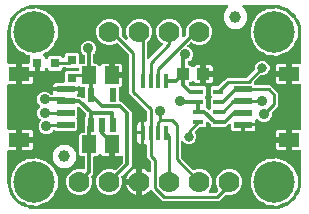
<source format=gbr>
G04 EAGLE Gerber RS-274X export*
G75*
%MOMM*%
%FSLAX34Y34*%
%LPD*%
%INTop Copper*%
%IPPOS*%
%AMOC8*
5,1,8,0,0,1.08239X$1,22.5*%
G01*
%ADD10R,1.240000X1.500000*%
%ADD11R,0.550000X1.200000*%
%ADD12R,1.075000X1.000000*%
%ADD13R,0.900000X0.450000*%
%ADD14C,1.778000*%
%ADD15C,3.516000*%
%ADD16R,1.550000X0.600000*%
%ADD17R,1.800000X1.200000*%
%ADD18C,1.000000*%
%ADD19R,0.800000X0.800000*%
%ADD20R,0.400000X1.300000*%
%ADD21C,0.304800*%
%ADD22C,0.254000*%
%ADD23C,0.889000*%
%ADD24C,0.806400*%

G36*
X228622Y2543D02*
X228622Y2543D01*
X228700Y2545D01*
X232077Y2810D01*
X232145Y2824D01*
X232214Y2829D01*
X232370Y2869D01*
X238794Y4956D01*
X238901Y5006D01*
X239012Y5050D01*
X239063Y5083D01*
X239082Y5091D01*
X239097Y5104D01*
X239148Y5136D01*
X244612Y9107D01*
X244699Y9188D01*
X244746Y9227D01*
X244752Y9231D01*
X244753Y9232D01*
X244791Y9264D01*
X244829Y9310D01*
X244844Y9324D01*
X244855Y9342D01*
X244893Y9388D01*
X246586Y11717D01*
X246599Y11741D01*
X246616Y11761D01*
X246675Y11880D01*
X246739Y11996D01*
X246746Y12022D01*
X246758Y12046D01*
X246785Y12174D01*
X246799Y12185D01*
X246823Y12196D01*
X246925Y12281D01*
X247031Y12361D01*
X247048Y12382D01*
X247068Y12398D01*
X247171Y12522D01*
X248864Y14852D01*
X248921Y14956D01*
X248985Y15056D01*
X249007Y15113D01*
X249017Y15131D01*
X249022Y15151D01*
X249044Y15206D01*
X251131Y21630D01*
X251144Y21698D01*
X251167Y21764D01*
X251190Y21923D01*
X251455Y25300D01*
X251455Y25304D01*
X251456Y25307D01*
X251455Y25326D01*
X251459Y25400D01*
X251459Y51090D01*
X251444Y51208D01*
X251437Y51327D01*
X251424Y51365D01*
X251419Y51406D01*
X251376Y51516D01*
X251339Y51629D01*
X251317Y51664D01*
X251302Y51701D01*
X251233Y51797D01*
X251169Y51898D01*
X251139Y51926D01*
X251116Y51959D01*
X251024Y52035D01*
X250937Y52116D01*
X250902Y52136D01*
X250871Y52161D01*
X250763Y52212D01*
X250659Y52270D01*
X250619Y52280D01*
X250583Y52297D01*
X250466Y52319D01*
X250351Y52349D01*
X250291Y52353D01*
X250271Y52357D01*
X250250Y52355D01*
X250190Y52359D01*
X243729Y52359D01*
X243729Y59630D01*
X243714Y59748D01*
X243707Y59867D01*
X243694Y59905D01*
X243689Y59945D01*
X243645Y60056D01*
X243609Y60169D01*
X243587Y60204D01*
X243572Y60241D01*
X243502Y60337D01*
X243439Y60438D01*
X243409Y60466D01*
X243385Y60498D01*
X243294Y60574D01*
X243207Y60656D01*
X243172Y60675D01*
X243140Y60701D01*
X243033Y60752D01*
X242929Y60809D01*
X242889Y60820D01*
X242853Y60837D01*
X242736Y60859D01*
X242621Y60889D01*
X242560Y60893D01*
X242540Y60897D01*
X242520Y60895D01*
X242460Y60899D01*
X241189Y60899D01*
X241189Y60901D01*
X242460Y60901D01*
X242578Y60916D01*
X242697Y60923D01*
X242735Y60936D01*
X242775Y60941D01*
X242886Y60985D01*
X242999Y61021D01*
X243034Y61043D01*
X243071Y61058D01*
X243167Y61128D01*
X243268Y61191D01*
X243296Y61221D01*
X243328Y61245D01*
X243404Y61336D01*
X243486Y61423D01*
X243505Y61458D01*
X243531Y61490D01*
X243582Y61597D01*
X243639Y61701D01*
X243650Y61741D01*
X243667Y61777D01*
X243689Y61894D01*
X243719Y62009D01*
X243723Y62070D01*
X243727Y62090D01*
X243725Y62109D01*
X243727Y62115D01*
X243726Y62122D01*
X243729Y62170D01*
X243729Y69441D01*
X250190Y69441D01*
X250308Y69456D01*
X250427Y69463D01*
X250465Y69476D01*
X250506Y69481D01*
X250616Y69524D01*
X250729Y69561D01*
X250764Y69583D01*
X250801Y69598D01*
X250898Y69668D01*
X250998Y69731D01*
X251026Y69761D01*
X251059Y69784D01*
X251135Y69876D01*
X251216Y69963D01*
X251236Y69998D01*
X251261Y70029D01*
X251312Y70137D01*
X251370Y70241D01*
X251380Y70280D01*
X251397Y70317D01*
X251419Y70434D01*
X251449Y70549D01*
X251453Y70609D01*
X251457Y70629D01*
X251455Y70650D01*
X251459Y70710D01*
X251459Y107090D01*
X251444Y107208D01*
X251437Y107327D01*
X251424Y107365D01*
X251419Y107406D01*
X251376Y107516D01*
X251339Y107629D01*
X251317Y107664D01*
X251302Y107701D01*
X251233Y107797D01*
X251169Y107898D01*
X251139Y107926D01*
X251116Y107959D01*
X251024Y108035D01*
X250937Y108116D01*
X250902Y108136D01*
X250871Y108161D01*
X250763Y108212D01*
X250659Y108270D01*
X250619Y108280D01*
X250583Y108297D01*
X250466Y108319D01*
X250351Y108349D01*
X250291Y108353D01*
X250271Y108357D01*
X250250Y108355D01*
X250190Y108359D01*
X243729Y108359D01*
X243729Y115630D01*
X243714Y115748D01*
X243707Y115867D01*
X243694Y115905D01*
X243689Y115945D01*
X243645Y116056D01*
X243609Y116169D01*
X243587Y116204D01*
X243572Y116241D01*
X243502Y116337D01*
X243439Y116438D01*
X243409Y116466D01*
X243385Y116498D01*
X243294Y116574D01*
X243207Y116656D01*
X243172Y116675D01*
X243140Y116701D01*
X243033Y116752D01*
X242929Y116809D01*
X242889Y116820D01*
X242853Y116837D01*
X242736Y116859D01*
X242621Y116889D01*
X242560Y116893D01*
X242540Y116897D01*
X242520Y116895D01*
X242460Y116899D01*
X241189Y116899D01*
X241189Y116901D01*
X242460Y116901D01*
X242578Y116916D01*
X242697Y116923D01*
X242735Y116936D01*
X242775Y116941D01*
X242886Y116985D01*
X242999Y117021D01*
X243034Y117043D01*
X243071Y117058D01*
X243167Y117128D01*
X243268Y117191D01*
X243296Y117221D01*
X243328Y117245D01*
X243404Y117336D01*
X243486Y117423D01*
X243505Y117458D01*
X243531Y117490D01*
X243582Y117597D01*
X243639Y117701D01*
X243650Y117741D01*
X243667Y117777D01*
X243689Y117894D01*
X243719Y118009D01*
X243723Y118070D01*
X243727Y118090D01*
X243725Y118110D01*
X243729Y118170D01*
X243729Y125441D01*
X250190Y125441D01*
X250308Y125456D01*
X250427Y125463D01*
X250465Y125476D01*
X250506Y125481D01*
X250616Y125524D01*
X250729Y125561D01*
X250764Y125583D01*
X250801Y125598D01*
X250898Y125668D01*
X250998Y125731D01*
X251026Y125761D01*
X251059Y125784D01*
X251135Y125876D01*
X251216Y125963D01*
X251236Y125998D01*
X251261Y126029D01*
X251312Y126137D01*
X251370Y126241D01*
X251380Y126280D01*
X251397Y126317D01*
X251419Y126434D01*
X251449Y126549D01*
X251453Y126609D01*
X251457Y126629D01*
X251455Y126650D01*
X251459Y126710D01*
X251459Y152400D01*
X251457Y152422D01*
X251455Y152500D01*
X251190Y155877D01*
X251176Y155945D01*
X251171Y156014D01*
X251131Y156170D01*
X249044Y162594D01*
X248993Y162701D01*
X248950Y162812D01*
X248917Y162863D01*
X248909Y162882D01*
X248896Y162897D01*
X248864Y162948D01*
X247171Y165278D01*
X247153Y165297D01*
X247139Y165320D01*
X247044Y165413D01*
X246953Y165509D01*
X246931Y165524D01*
X246912Y165542D01*
X246798Y165608D01*
X246792Y165624D01*
X246789Y165651D01*
X246740Y165775D01*
X246697Y165900D01*
X246682Y165922D01*
X246672Y165947D01*
X246586Y166083D01*
X244893Y168413D01*
X244812Y168499D01*
X244736Y168591D01*
X244690Y168629D01*
X244676Y168644D01*
X244658Y168655D01*
X244612Y168693D01*
X239148Y172664D01*
X239044Y172721D01*
X238944Y172785D01*
X238887Y172807D01*
X238869Y172817D01*
X238849Y172822D01*
X238794Y172844D01*
X232370Y174931D01*
X232302Y174944D01*
X232236Y174967D01*
X232077Y174990D01*
X228700Y175255D01*
X228678Y175254D01*
X228600Y175259D01*
X202722Y175259D01*
X202578Y175241D01*
X202432Y175226D01*
X202420Y175221D01*
X202406Y175219D01*
X202271Y175166D01*
X202134Y175115D01*
X202123Y175107D01*
X202111Y175102D01*
X201993Y175017D01*
X201873Y174934D01*
X201864Y174923D01*
X201853Y174916D01*
X201761Y174804D01*
X201665Y174693D01*
X201659Y174681D01*
X201651Y174671D01*
X201589Y174539D01*
X201524Y174408D01*
X201521Y174395D01*
X201515Y174383D01*
X201488Y174240D01*
X201457Y174097D01*
X201458Y174084D01*
X201455Y174071D01*
X201464Y173926D01*
X201470Y173780D01*
X201474Y173766D01*
X201475Y173753D01*
X201520Y173615D01*
X201562Y173475D01*
X201569Y173463D01*
X201573Y173451D01*
X201651Y173328D01*
X201726Y173203D01*
X201736Y173193D01*
X201743Y173182D01*
X201849Y173082D01*
X201953Y172980D01*
X201969Y172970D01*
X201975Y172964D01*
X201990Y172956D01*
X202087Y172891D01*
X202901Y172421D01*
X205581Y167780D01*
X205581Y162420D01*
X202901Y157779D01*
X198260Y155099D01*
X192900Y155099D01*
X188259Y157779D01*
X185579Y162420D01*
X185579Y167780D01*
X188259Y172421D01*
X189073Y172891D01*
X189189Y172979D01*
X189307Y173064D01*
X189315Y173075D01*
X189326Y173083D01*
X189416Y173197D01*
X189509Y173309D01*
X189515Y173322D01*
X189524Y173332D01*
X189583Y173466D01*
X189645Y173597D01*
X189647Y173610D01*
X189653Y173623D01*
X189678Y173767D01*
X189705Y173910D01*
X189704Y173923D01*
X189706Y173936D01*
X189694Y174082D01*
X189685Y174227D01*
X189681Y174240D01*
X189680Y174253D01*
X189632Y174391D01*
X189587Y174529D01*
X189580Y174541D01*
X189575Y174554D01*
X189495Y174675D01*
X189417Y174798D01*
X189407Y174807D01*
X189399Y174819D01*
X189291Y174916D01*
X189185Y175016D01*
X189173Y175023D01*
X189163Y175032D01*
X189034Y175099D01*
X188907Y175170D01*
X188894Y175173D01*
X188882Y175179D01*
X188739Y175213D01*
X188599Y175249D01*
X188580Y175250D01*
X188572Y175252D01*
X188555Y175252D01*
X188438Y175259D01*
X25400Y175259D01*
X25378Y175257D01*
X25300Y175255D01*
X21923Y174990D01*
X21855Y174976D01*
X21786Y174971D01*
X21630Y174931D01*
X18892Y174041D01*
X18867Y174030D01*
X18841Y174024D01*
X18724Y173963D01*
X18604Y173906D01*
X18583Y173889D01*
X18560Y173877D01*
X18462Y173789D01*
X18445Y173788D01*
X18418Y173793D01*
X18286Y173785D01*
X18153Y173783D01*
X18128Y173775D01*
X18101Y173774D01*
X17945Y173734D01*
X15206Y172844D01*
X15099Y172794D01*
X14988Y172750D01*
X14937Y172717D01*
X14918Y172709D01*
X14903Y172696D01*
X14852Y172664D01*
X9388Y168693D01*
X9301Y168612D01*
X9209Y168536D01*
X9171Y168490D01*
X9156Y168476D01*
X9145Y168458D01*
X9107Y168412D01*
X5136Y162948D01*
X5079Y162844D01*
X5015Y162744D01*
X4993Y162687D01*
X4983Y162669D01*
X4978Y162649D01*
X4956Y162594D01*
X2869Y156170D01*
X2856Y156102D01*
X2833Y156036D01*
X2810Y155877D01*
X2545Y152500D01*
X2546Y152478D01*
X2541Y152400D01*
X2541Y126710D01*
X2556Y126592D01*
X2563Y126473D01*
X2576Y126435D01*
X2581Y126394D01*
X2624Y126284D01*
X2661Y126171D01*
X2683Y126136D01*
X2698Y126099D01*
X2768Y126002D01*
X2831Y125902D01*
X2861Y125874D01*
X2884Y125841D01*
X2976Y125765D01*
X3063Y125684D01*
X3098Y125664D01*
X3129Y125639D01*
X3237Y125588D01*
X3341Y125530D01*
X3381Y125520D01*
X3417Y125503D01*
X3534Y125481D01*
X3649Y125451D01*
X3709Y125447D01*
X3729Y125443D01*
X3750Y125445D01*
X3810Y125441D01*
X10271Y125441D01*
X10271Y118170D01*
X10286Y118052D01*
X10293Y117933D01*
X10306Y117895D01*
X10311Y117855D01*
X10354Y117744D01*
X10391Y117631D01*
X10413Y117596D01*
X10428Y117559D01*
X10498Y117463D01*
X10561Y117362D01*
X10591Y117334D01*
X10615Y117302D01*
X10706Y117226D01*
X10793Y117144D01*
X10828Y117125D01*
X10859Y117099D01*
X10967Y117048D01*
X11071Y116991D01*
X11111Y116980D01*
X11147Y116963D01*
X11264Y116941D01*
X11379Y116911D01*
X11440Y116907D01*
X11460Y116903D01*
X11480Y116905D01*
X11540Y116901D01*
X12811Y116901D01*
X12811Y116899D01*
X11540Y116899D01*
X11422Y116884D01*
X11303Y116877D01*
X11265Y116864D01*
X11225Y116859D01*
X11114Y116815D01*
X11001Y116779D01*
X10966Y116757D01*
X10929Y116742D01*
X10833Y116672D01*
X10732Y116609D01*
X10704Y116579D01*
X10671Y116555D01*
X10596Y116464D01*
X10514Y116377D01*
X10494Y116342D01*
X10469Y116310D01*
X10418Y116203D01*
X10360Y116099D01*
X10350Y116059D01*
X10333Y116023D01*
X10311Y115906D01*
X10281Y115791D01*
X10277Y115730D01*
X10273Y115710D01*
X10275Y115690D01*
X10271Y115630D01*
X10271Y108359D01*
X3810Y108359D01*
X3692Y108344D01*
X3573Y108337D01*
X3535Y108324D01*
X3494Y108319D01*
X3384Y108276D01*
X3271Y108239D01*
X3236Y108217D01*
X3199Y108202D01*
X3103Y108133D01*
X3002Y108069D01*
X2974Y108039D01*
X2941Y108016D01*
X2865Y107924D01*
X2784Y107837D01*
X2764Y107802D01*
X2739Y107771D01*
X2688Y107663D01*
X2630Y107559D01*
X2620Y107519D01*
X2603Y107483D01*
X2581Y107366D01*
X2551Y107251D01*
X2547Y107190D01*
X2543Y107171D01*
X2545Y107150D01*
X2541Y107090D01*
X2541Y70710D01*
X2556Y70592D01*
X2563Y70473D01*
X2576Y70435D01*
X2581Y70394D01*
X2624Y70284D01*
X2661Y70171D01*
X2683Y70136D01*
X2698Y70099D01*
X2768Y70002D01*
X2831Y69902D01*
X2861Y69874D01*
X2884Y69841D01*
X2976Y69765D01*
X3063Y69684D01*
X3098Y69664D01*
X3129Y69639D01*
X3237Y69588D01*
X3341Y69530D01*
X3381Y69520D01*
X3417Y69503D01*
X3534Y69481D01*
X3649Y69451D01*
X3709Y69447D01*
X3729Y69443D01*
X3750Y69445D01*
X3810Y69441D01*
X10271Y69441D01*
X10271Y62170D01*
X10286Y62052D01*
X10293Y61933D01*
X10306Y61895D01*
X10311Y61855D01*
X10354Y61744D01*
X10391Y61631D01*
X10413Y61596D01*
X10428Y61559D01*
X10498Y61463D01*
X10561Y61362D01*
X10591Y61334D01*
X10615Y61302D01*
X10706Y61226D01*
X10793Y61144D01*
X10828Y61125D01*
X10859Y61099D01*
X10967Y61048D01*
X11071Y60991D01*
X11111Y60980D01*
X11147Y60963D01*
X11264Y60941D01*
X11379Y60911D01*
X11440Y60907D01*
X11460Y60903D01*
X11480Y60905D01*
X11540Y60901D01*
X12811Y60901D01*
X12811Y60899D01*
X11540Y60899D01*
X11422Y60884D01*
X11303Y60877D01*
X11265Y60864D01*
X11225Y60859D01*
X11114Y60815D01*
X11001Y60779D01*
X10966Y60757D01*
X10929Y60742D01*
X10833Y60672D01*
X10732Y60609D01*
X10704Y60579D01*
X10671Y60555D01*
X10596Y60464D01*
X10514Y60377D01*
X10494Y60342D01*
X10469Y60310D01*
X10418Y60203D01*
X10360Y60099D01*
X10350Y60059D01*
X10333Y60023D01*
X10311Y59906D01*
X10281Y59791D01*
X10277Y59730D01*
X10273Y59710D01*
X10275Y59690D01*
X10271Y59630D01*
X10271Y52359D01*
X3810Y52359D01*
X3692Y52344D01*
X3573Y52337D01*
X3535Y52324D01*
X3494Y52319D01*
X3384Y52276D01*
X3271Y52239D01*
X3236Y52217D01*
X3199Y52202D01*
X3103Y52133D01*
X3002Y52069D01*
X2974Y52039D01*
X2941Y52016D01*
X2865Y51924D01*
X2784Y51837D01*
X2764Y51802D01*
X2739Y51771D01*
X2688Y51663D01*
X2630Y51559D01*
X2620Y51519D01*
X2603Y51483D01*
X2581Y51366D01*
X2551Y51251D01*
X2547Y51191D01*
X2543Y51171D01*
X2545Y51150D01*
X2541Y51090D01*
X2541Y25400D01*
X2543Y25378D01*
X2545Y25300D01*
X2810Y21923D01*
X2824Y21855D01*
X2829Y21786D01*
X2869Y21630D01*
X4956Y15206D01*
X5006Y15099D01*
X5050Y14988D01*
X5083Y14937D01*
X5091Y14918D01*
X5104Y14903D01*
X5136Y14852D01*
X9107Y9388D01*
X9127Y9366D01*
X9138Y9348D01*
X9184Y9305D01*
X9188Y9301D01*
X9264Y9209D01*
X9310Y9171D01*
X9324Y9156D01*
X9342Y9145D01*
X9388Y9107D01*
X14852Y5136D01*
X14956Y5079D01*
X15056Y5015D01*
X15113Y4993D01*
X15131Y4983D01*
X15151Y4978D01*
X15206Y4956D01*
X17945Y4066D01*
X17971Y4061D01*
X17996Y4051D01*
X18127Y4031D01*
X18257Y4006D01*
X18284Y4008D01*
X18310Y4004D01*
X18441Y4018D01*
X18455Y4008D01*
X18474Y3989D01*
X18585Y3918D01*
X18694Y3842D01*
X18719Y3832D01*
X18742Y3818D01*
X18892Y3759D01*
X21630Y2869D01*
X21698Y2856D01*
X21764Y2833D01*
X21923Y2810D01*
X25300Y2545D01*
X25322Y2546D01*
X25400Y2541D01*
X228600Y2541D01*
X228622Y2543D01*
G37*
%LPC*%
G36*
X133790Y9397D02*
X133790Y9397D01*
X125002Y18185D01*
X124955Y18222D01*
X124914Y18265D01*
X124829Y18319D01*
X124750Y18380D01*
X124696Y18404D01*
X124645Y18436D01*
X124550Y18467D01*
X124459Y18507D01*
X124400Y18516D01*
X124343Y18534D01*
X124243Y18541D01*
X124145Y18557D01*
X124085Y18551D01*
X124026Y18555D01*
X123928Y18536D01*
X123828Y18527D01*
X123772Y18507D01*
X123713Y18495D01*
X123623Y18453D01*
X123529Y18419D01*
X123479Y18386D01*
X123425Y18360D01*
X123348Y18297D01*
X123265Y18241D01*
X123226Y18196D01*
X123180Y18158D01*
X123077Y18034D01*
X123019Y17953D01*
X121747Y16681D01*
X120291Y15623D01*
X118688Y14807D01*
X116977Y14251D01*
X116799Y14223D01*
X116799Y24170D01*
X116784Y24288D01*
X116777Y24407D01*
X116764Y24445D01*
X116759Y24485D01*
X116716Y24596D01*
X116679Y24709D01*
X116657Y24743D01*
X116642Y24781D01*
X116573Y24877D01*
X116509Y24978D01*
X116479Y25006D01*
X116456Y25038D01*
X116364Y25114D01*
X116277Y25196D01*
X116242Y25215D01*
X116211Y25241D01*
X116103Y25292D01*
X115999Y25349D01*
X115959Y25359D01*
X115923Y25377D01*
X115816Y25397D01*
X115846Y25401D01*
X115956Y25445D01*
X116069Y25481D01*
X116104Y25503D01*
X116141Y25518D01*
X116237Y25588D01*
X116338Y25651D01*
X116366Y25681D01*
X116399Y25705D01*
X116475Y25796D01*
X116556Y25883D01*
X116576Y25918D01*
X116601Y25950D01*
X116652Y26057D01*
X116710Y26162D01*
X116720Y26201D01*
X116737Y26237D01*
X116759Y26354D01*
X116789Y26470D01*
X116793Y26530D01*
X116797Y26550D01*
X116795Y26570D01*
X116797Y26576D01*
X116796Y26583D01*
X116799Y26630D01*
X116799Y36577D01*
X116977Y36549D01*
X118688Y35993D01*
X120291Y35177D01*
X121747Y34119D01*
X122038Y33827D01*
X122148Y33742D01*
X122255Y33653D01*
X122274Y33644D01*
X122290Y33632D01*
X122417Y33577D01*
X122543Y33518D01*
X122563Y33514D01*
X122582Y33506D01*
X122719Y33484D01*
X122856Y33458D01*
X122876Y33459D01*
X122896Y33456D01*
X123034Y33469D01*
X123173Y33478D01*
X123192Y33484D01*
X123212Y33486D01*
X123344Y33533D01*
X123475Y33576D01*
X123492Y33586D01*
X123512Y33593D01*
X123627Y33671D01*
X123744Y33746D01*
X123758Y33760D01*
X123775Y33772D01*
X123867Y33876D01*
X123962Y33977D01*
X123972Y33995D01*
X123985Y34010D01*
X124049Y34134D01*
X124116Y34256D01*
X124121Y34275D01*
X124130Y34293D01*
X124160Y34430D01*
X124195Y34564D01*
X124197Y34592D01*
X124200Y34604D01*
X124199Y34624D01*
X124205Y34724D01*
X124205Y42048D01*
X124193Y42146D01*
X124190Y42245D01*
X124173Y42304D01*
X124165Y42364D01*
X124129Y42456D01*
X124101Y42551D01*
X124071Y42603D01*
X124048Y42659D01*
X123990Y42739D01*
X123940Y42825D01*
X123874Y42900D01*
X123862Y42917D01*
X123852Y42925D01*
X123834Y42946D01*
X120447Y46332D01*
X120447Y56590D01*
X120432Y56708D01*
X120425Y56827D01*
X120412Y56865D01*
X120407Y56906D01*
X120364Y57016D01*
X120327Y57129D01*
X120305Y57164D01*
X120290Y57201D01*
X120220Y57298D01*
X120157Y57398D01*
X120127Y57426D01*
X120104Y57459D01*
X120012Y57535D01*
X119925Y57616D01*
X119890Y57636D01*
X119859Y57661D01*
X119751Y57712D01*
X119647Y57770D01*
X119607Y57780D01*
X119571Y57797D01*
X119454Y57819D01*
X119339Y57849D01*
X119279Y57853D01*
X119259Y57857D01*
X119238Y57855D01*
X119178Y57859D01*
X118519Y57859D01*
X118519Y66900D01*
X118519Y75941D01*
X119178Y75941D01*
X119296Y75956D01*
X119415Y75963D01*
X119453Y75975D01*
X119494Y75981D01*
X119604Y76024D01*
X119717Y76061D01*
X119752Y76083D01*
X119789Y76098D01*
X119885Y76167D01*
X119986Y76231D01*
X120014Y76261D01*
X120047Y76284D01*
X120123Y76376D01*
X120204Y76463D01*
X120224Y76498D01*
X120249Y76529D01*
X120300Y76637D01*
X120358Y76741D01*
X120368Y76781D01*
X120385Y76817D01*
X120407Y76934D01*
X120437Y77049D01*
X120441Y77109D01*
X120445Y77129D01*
X120443Y77150D01*
X120447Y77210D01*
X120447Y85176D01*
X120435Y85274D01*
X120432Y85373D01*
X120415Y85432D01*
X120407Y85492D01*
X120371Y85584D01*
X120343Y85679D01*
X120313Y85731D01*
X120290Y85787D01*
X120232Y85868D01*
X120182Y85953D01*
X120116Y86028D01*
X120104Y86045D01*
X120094Y86053D01*
X120076Y86074D01*
X105917Y100232D01*
X105917Y132726D01*
X105905Y132824D01*
X105902Y132923D01*
X105885Y132982D01*
X105877Y133042D01*
X105841Y133134D01*
X105813Y133229D01*
X105783Y133281D01*
X105760Y133337D01*
X105702Y133417D01*
X105652Y133503D01*
X105586Y133578D01*
X105574Y133595D01*
X105564Y133603D01*
X105546Y133624D01*
X96353Y142816D01*
X96330Y142834D01*
X96310Y142857D01*
X96204Y142932D01*
X96102Y143011D01*
X96074Y143023D01*
X96050Y143040D01*
X95929Y143086D01*
X95810Y143138D01*
X95781Y143142D01*
X95753Y143153D01*
X95624Y143167D01*
X95496Y143187D01*
X95466Y143185D01*
X95437Y143188D01*
X95308Y143170D01*
X95179Y143158D01*
X95151Y143148D01*
X95122Y143144D01*
X94970Y143091D01*
X91073Y141477D01*
X86727Y141477D01*
X82713Y143140D01*
X79640Y146213D01*
X77977Y150227D01*
X77977Y154573D01*
X79640Y158587D01*
X82713Y161660D01*
X86727Y163323D01*
X91073Y163323D01*
X95087Y161660D01*
X98160Y158587D01*
X99823Y154573D01*
X99823Y150227D01*
X99696Y149922D01*
X99689Y149894D01*
X99675Y149868D01*
X99647Y149741D01*
X99612Y149616D01*
X99612Y149586D01*
X99606Y149557D01*
X99609Y149428D01*
X99607Y149298D01*
X99614Y149269D01*
X99615Y149239D01*
X99651Y149115D01*
X99682Y148988D01*
X99695Y148962D01*
X99704Y148934D01*
X99770Y148822D01*
X99830Y148707D01*
X99850Y148686D01*
X99865Y148660D01*
X99972Y148539D01*
X102467Y146044D01*
X102522Y146001D01*
X102571Y145951D01*
X102647Y145904D01*
X102718Y145849D01*
X102783Y145821D01*
X102842Y145784D01*
X102928Y145758D01*
X103010Y145722D01*
X103079Y145711D01*
X103146Y145691D01*
X103235Y145687D01*
X103324Y145672D01*
X103394Y145679D01*
X103464Y145676D01*
X103551Y145694D01*
X103641Y145702D01*
X103707Y145726D01*
X103775Y145740D01*
X103856Y145779D01*
X103940Y145810D01*
X103998Y145849D01*
X104061Y145880D01*
X104129Y145938D01*
X104203Y145988D01*
X104250Y146041D01*
X104303Y146086D01*
X104354Y146160D01*
X104414Y146227D01*
X104446Y146289D01*
X104486Y146346D01*
X104518Y146430D01*
X104559Y146510D01*
X104574Y146578D01*
X104599Y146643D01*
X104609Y146733D01*
X104628Y146820D01*
X104626Y146890D01*
X104634Y146960D01*
X104621Y147049D01*
X104619Y147138D01*
X104599Y147205D01*
X104589Y147274D01*
X104537Y147427D01*
X103377Y150227D01*
X103377Y154573D01*
X105040Y158587D01*
X108113Y161660D01*
X112127Y163323D01*
X116473Y163323D01*
X120487Y161660D01*
X123560Y158587D01*
X125223Y154573D01*
X125223Y150227D01*
X123560Y146213D01*
X120924Y143577D01*
X120864Y143499D01*
X120796Y143427D01*
X120767Y143374D01*
X120730Y143326D01*
X120690Y143235D01*
X120642Y143149D01*
X120627Y143090D01*
X120603Y143034D01*
X120588Y142936D01*
X120563Y142841D01*
X120557Y142741D01*
X120553Y142720D01*
X120555Y142708D01*
X120553Y142680D01*
X120553Y130828D01*
X120570Y130690D01*
X120583Y130551D01*
X120590Y130532D01*
X120593Y130512D01*
X120644Y130383D01*
X120691Y130252D01*
X120702Y130235D01*
X120710Y130217D01*
X120791Y130104D01*
X120869Y129989D01*
X120885Y129976D01*
X120896Y129959D01*
X121004Y129871D01*
X121108Y129778D01*
X121126Y129769D01*
X121141Y129756D01*
X121267Y129697D01*
X121391Y129634D01*
X121411Y129629D01*
X121429Y129621D01*
X121565Y129595D01*
X121701Y129564D01*
X121722Y129565D01*
X121741Y129561D01*
X121880Y129570D01*
X122019Y129574D01*
X122039Y129580D01*
X122059Y129581D01*
X122191Y129624D01*
X122325Y129662D01*
X122342Y129673D01*
X122361Y129679D01*
X122479Y129753D01*
X122599Y129824D01*
X122620Y129842D01*
X122630Y129849D01*
X122644Y129864D01*
X122719Y129930D01*
X133878Y141089D01*
X133909Y141129D01*
X133946Y141162D01*
X134006Y141254D01*
X134073Y141340D01*
X134093Y141386D01*
X134120Y141428D01*
X134156Y141531D01*
X134200Y141632D01*
X134207Y141681D01*
X134224Y141729D01*
X134232Y141838D01*
X134250Y141946D01*
X134245Y141996D01*
X134249Y142046D01*
X134230Y142153D01*
X134220Y142263D01*
X134203Y142310D01*
X134194Y142359D01*
X134149Y142459D01*
X134112Y142562D01*
X134084Y142603D01*
X134064Y142649D01*
X133995Y142735D01*
X133934Y142825D01*
X133896Y142858D01*
X133865Y142897D01*
X133778Y142963D01*
X133695Y143036D01*
X133651Y143059D01*
X133611Y143088D01*
X133520Y143133D01*
X130440Y146213D01*
X128777Y150227D01*
X128777Y154573D01*
X130440Y158587D01*
X133513Y161660D01*
X137527Y163323D01*
X141873Y163323D01*
X145887Y161660D01*
X148960Y158587D01*
X150623Y154573D01*
X150623Y150227D01*
X150361Y149595D01*
X150342Y149528D01*
X150315Y149464D01*
X150300Y149375D01*
X150277Y149288D01*
X150276Y149218D01*
X150265Y149149D01*
X150273Y149060D01*
X150272Y148970D01*
X150288Y148902D01*
X150295Y148833D01*
X150325Y148748D01*
X150346Y148661D01*
X150379Y148599D01*
X150402Y148534D01*
X150453Y148459D01*
X150495Y148380D01*
X150542Y148328D01*
X150581Y148270D01*
X150648Y148211D01*
X150709Y148144D01*
X150767Y148106D01*
X150819Y148060D01*
X150899Y148019D01*
X150974Y147970D01*
X151040Y147947D01*
X151102Y147915D01*
X151190Y147896D01*
X151275Y147866D01*
X151345Y147861D01*
X151413Y147846D01*
X151502Y147848D01*
X151592Y147841D01*
X151661Y147853D01*
X151731Y147855D01*
X151817Y147880D01*
X151905Y147896D01*
X151969Y147924D01*
X152036Y147944D01*
X152113Y147989D01*
X152195Y148026D01*
X152250Y148070D01*
X152310Y148105D01*
X152431Y148212D01*
X153806Y149586D01*
X153866Y149665D01*
X153934Y149737D01*
X153963Y149790D01*
X154000Y149838D01*
X154040Y149929D01*
X154088Y150015D01*
X154103Y150074D01*
X154127Y150129D01*
X154142Y150227D01*
X154167Y150323D01*
X154173Y150423D01*
X154177Y150444D01*
X154175Y150456D01*
X154177Y150484D01*
X154177Y154573D01*
X155840Y158587D01*
X158913Y161660D01*
X162927Y163323D01*
X167273Y163323D01*
X171287Y161660D01*
X174360Y158587D01*
X176023Y154573D01*
X176023Y150227D01*
X174360Y146213D01*
X171287Y143140D01*
X167273Y141477D01*
X162927Y141477D01*
X158913Y143140D01*
X158704Y143349D01*
X158610Y143422D01*
X158521Y143500D01*
X158485Y143519D01*
X158453Y143544D01*
X158344Y143591D01*
X158238Y143645D01*
X158198Y143654D01*
X158161Y143670D01*
X158044Y143688D01*
X157928Y143715D01*
X157887Y143713D01*
X157847Y143720D01*
X157729Y143709D01*
X157610Y143705D01*
X157571Y143694D01*
X157531Y143690D01*
X157418Y143650D01*
X157304Y143617D01*
X157269Y143596D01*
X157231Y143582D01*
X157133Y143515D01*
X157030Y143455D01*
X156985Y143415D01*
X156968Y143404D01*
X156955Y143388D01*
X156909Y143349D01*
X155180Y141619D01*
X155149Y141580D01*
X155112Y141546D01*
X155052Y141455D01*
X154985Y141368D01*
X154965Y141322D01*
X154938Y141281D01*
X154902Y141177D01*
X154858Y141076D01*
X154851Y141027D01*
X154834Y140980D01*
X154826Y140870D01*
X154809Y140762D01*
X154813Y140712D01*
X154809Y140663D01*
X154828Y140555D01*
X154838Y140445D01*
X154855Y140398D01*
X154864Y140349D01*
X154909Y140249D01*
X154946Y140146D01*
X154974Y140105D01*
X154994Y140059D01*
X155063Y139973D01*
X155125Y139883D01*
X155162Y139850D01*
X155193Y139811D01*
X155281Y139745D01*
X155363Y139672D01*
X155407Y139650D01*
X155447Y139620D01*
X155591Y139549D01*
X156992Y138969D01*
X158815Y137146D01*
X159801Y134766D01*
X159801Y132188D01*
X158815Y129808D01*
X156992Y127985D01*
X155860Y127517D01*
X155835Y127502D01*
X155807Y127493D01*
X155697Y127423D01*
X155584Y127359D01*
X155563Y127338D01*
X155538Y127323D01*
X155449Y127228D01*
X155356Y127138D01*
X155340Y127113D01*
X155320Y127091D01*
X155257Y126977D01*
X155189Y126867D01*
X155181Y126838D01*
X155166Y126813D01*
X155134Y126687D01*
X155096Y126563D01*
X155094Y126533D01*
X155087Y126505D01*
X155077Y126344D01*
X155077Y125142D01*
X155092Y125024D01*
X155099Y124905D01*
X155112Y124867D01*
X155117Y124826D01*
X155160Y124716D01*
X155197Y124603D01*
X155219Y124568D01*
X155234Y124531D01*
X155303Y124435D01*
X155367Y124334D01*
X155397Y124306D01*
X155420Y124273D01*
X155512Y124197D01*
X155599Y124116D01*
X155634Y124096D01*
X155665Y124071D01*
X155773Y124020D01*
X155877Y123962D01*
X155917Y123952D01*
X155953Y123935D01*
X156070Y123913D01*
X156185Y123883D01*
X156245Y123879D01*
X156265Y123875D01*
X156286Y123877D01*
X156346Y123873D01*
X157737Y123873D01*
X158880Y122730D01*
X158979Y122653D01*
X159074Y122570D01*
X159105Y122555D01*
X159131Y122535D01*
X159247Y122485D01*
X159359Y122429D01*
X159392Y122422D01*
X159423Y122408D01*
X159547Y122389D01*
X159670Y122362D01*
X159704Y122364D01*
X159737Y122359D01*
X159863Y122370D01*
X159988Y122376D01*
X160020Y122385D01*
X160054Y122388D01*
X160172Y122431D01*
X160293Y122467D01*
X160321Y122485D01*
X160353Y122496D01*
X160457Y122567D01*
X160565Y122632D01*
X160588Y122656D01*
X160616Y122675D01*
X160700Y122769D01*
X160788Y122859D01*
X160814Y122899D01*
X160827Y122913D01*
X160837Y122932D01*
X160877Y122993D01*
X161112Y123400D01*
X161585Y123873D01*
X162164Y124208D01*
X162811Y124381D01*
X166021Y124381D01*
X166021Y118070D01*
X166036Y117952D01*
X166043Y117833D01*
X166055Y117795D01*
X166061Y117755D01*
X166104Y117644D01*
X166141Y117531D01*
X166163Y117497D01*
X166178Y117459D01*
X166247Y117363D01*
X166311Y117262D01*
X166341Y117234D01*
X166364Y117202D01*
X166456Y117126D01*
X166543Y117044D01*
X166578Y117025D01*
X166609Y116999D01*
X166717Y116948D01*
X166821Y116891D01*
X166861Y116881D01*
X166897Y116863D01*
X167004Y116843D01*
X166974Y116839D01*
X166864Y116795D01*
X166751Y116759D01*
X166716Y116737D01*
X166679Y116722D01*
X166582Y116652D01*
X166482Y116589D01*
X166454Y116559D01*
X166421Y116535D01*
X166345Y116444D01*
X166264Y116357D01*
X166244Y116322D01*
X166219Y116290D01*
X166168Y116183D01*
X166110Y116078D01*
X166100Y116039D01*
X166083Y116003D01*
X166061Y115886D01*
X166031Y115770D01*
X166027Y115710D01*
X166023Y115690D01*
X166025Y115670D01*
X166021Y115610D01*
X166021Y109299D01*
X162811Y109299D01*
X162164Y109472D01*
X161585Y109807D01*
X161112Y110280D01*
X160877Y110687D01*
X160801Y110787D01*
X160730Y110892D01*
X160705Y110914D01*
X160684Y110941D01*
X160586Y111019D01*
X160492Y111102D01*
X160462Y111117D01*
X160435Y111138D01*
X160320Y111189D01*
X160208Y111247D01*
X160176Y111254D01*
X160145Y111268D01*
X160021Y111289D01*
X159898Y111316D01*
X159864Y111315D01*
X159831Y111321D01*
X159706Y111310D01*
X159580Y111307D01*
X159548Y111297D01*
X159514Y111294D01*
X159396Y111253D01*
X159275Y111218D01*
X159246Y111201D01*
X159214Y111190D01*
X159109Y111120D01*
X159001Y111057D01*
X158964Y111024D01*
X158949Y111014D01*
X158934Y110998D01*
X158880Y110950D01*
X157737Y109807D01*
X157367Y109807D01*
X157229Y109790D01*
X157091Y109777D01*
X157071Y109770D01*
X157051Y109767D01*
X156922Y109716D01*
X156791Y109669D01*
X156774Y109658D01*
X156756Y109650D01*
X156643Y109569D01*
X156528Y109491D01*
X156515Y109475D01*
X156498Y109464D01*
X156410Y109356D01*
X156318Y109252D01*
X156308Y109234D01*
X156296Y109219D01*
X156236Y109093D01*
X156173Y108969D01*
X156169Y108949D01*
X156160Y108931D01*
X156134Y108795D01*
X156103Y108659D01*
X156104Y108638D01*
X156100Y108619D01*
X156109Y108480D01*
X156113Y108341D01*
X156119Y108321D01*
X156120Y108301D01*
X156163Y108169D01*
X156201Y108035D01*
X156212Y108018D01*
X156218Y107999D01*
X156292Y107881D01*
X156363Y107761D01*
X156382Y107740D01*
X156388Y107730D01*
X156403Y107716D01*
X156469Y107641D01*
X157555Y106554D01*
X157634Y106494D01*
X157706Y106426D01*
X157759Y106397D01*
X157807Y106360D01*
X157898Y106320D01*
X157984Y106272D01*
X158043Y106257D01*
X158099Y106233D01*
X158197Y106218D01*
X158292Y106193D01*
X158392Y106187D01*
X158413Y106183D01*
X158425Y106185D01*
X158453Y106183D01*
X169562Y106183D01*
X170753Y104992D01*
X170753Y98808D01*
X170242Y98298D01*
X170169Y98204D01*
X170090Y98114D01*
X170072Y98078D01*
X170047Y98046D01*
X170000Y97937D01*
X169946Y97831D01*
X169937Y97792D01*
X169921Y97754D01*
X169902Y97637D01*
X169876Y97521D01*
X169877Y97480D01*
X169871Y97440D01*
X169882Y97322D01*
X169886Y97203D01*
X169897Y97164D01*
X169901Y97124D01*
X169941Y97012D01*
X169974Y96897D01*
X169995Y96862D01*
X170008Y96824D01*
X170075Y96726D01*
X170136Y96623D01*
X170176Y96578D01*
X170187Y96561D01*
X170202Y96548D01*
X170242Y96503D01*
X170753Y95992D01*
X170753Y89616D01*
X170750Y89605D01*
X170734Y89568D01*
X170715Y89450D01*
X170689Y89334D01*
X170691Y89293D01*
X170684Y89253D01*
X170695Y89135D01*
X170699Y89016D01*
X170710Y88977D01*
X170714Y88937D01*
X170754Y88825D01*
X170787Y88710D01*
X170808Y88676D01*
X170822Y88638D01*
X170888Y88539D01*
X170949Y88436D01*
X170989Y88391D01*
X171000Y88374D01*
X171015Y88361D01*
X171055Y88316D01*
X172521Y86850D01*
X172630Y86765D01*
X172737Y86677D01*
X172756Y86668D01*
X172772Y86656D01*
X172900Y86600D01*
X173025Y86541D01*
X173045Y86537D01*
X173064Y86529D01*
X173202Y86507D01*
X173338Y86481D01*
X173358Y86483D01*
X173378Y86479D01*
X173517Y86492D01*
X173655Y86501D01*
X173674Y86507D01*
X173694Y86509D01*
X173826Y86556D01*
X173957Y86599D01*
X173975Y86610D01*
X173994Y86617D01*
X174109Y86695D01*
X174226Y86769D01*
X174240Y86784D01*
X174257Y86795D01*
X174349Y86899D01*
X174444Y87001D01*
X174454Y87019D01*
X174467Y87034D01*
X174531Y87158D01*
X174598Y87279D01*
X174603Y87299D01*
X174612Y87317D01*
X174642Y87453D01*
X174677Y87587D01*
X174679Y87615D01*
X174682Y87627D01*
X174681Y87648D01*
X174687Y87748D01*
X174687Y87992D01*
X174698Y88003D01*
X174771Y88097D01*
X174850Y88186D01*
X174868Y88222D01*
X174893Y88254D01*
X174940Y88363D01*
X174994Y88469D01*
X175003Y88509D01*
X175019Y88546D01*
X175038Y88663D01*
X175064Y88779D01*
X175063Y88820D01*
X175069Y88860D01*
X175058Y88979D01*
X175054Y89097D01*
X175043Y89136D01*
X175039Y89176D01*
X174999Y89288D01*
X174966Y89403D01*
X174945Y89438D01*
X174932Y89476D01*
X174865Y89574D01*
X174804Y89677D01*
X174764Y89722D01*
X174753Y89739D01*
X174738Y89752D01*
X174698Y89798D01*
X174687Y89808D01*
X174687Y95992D01*
X175198Y96503D01*
X175271Y96597D01*
X175350Y96686D01*
X175368Y96722D01*
X175393Y96754D01*
X175440Y96863D01*
X175494Y96969D01*
X175503Y97008D01*
X175519Y97046D01*
X175538Y97163D01*
X175564Y97279D01*
X175563Y97320D01*
X175569Y97360D01*
X175558Y97478D01*
X175554Y97597D01*
X175543Y97636D01*
X175539Y97676D01*
X175499Y97788D01*
X175466Y97903D01*
X175445Y97938D01*
X175432Y97976D01*
X175365Y98074D01*
X175304Y98177D01*
X175264Y98222D01*
X175253Y98239D01*
X175238Y98252D01*
X175198Y98298D01*
X174687Y98808D01*
X174687Y104992D01*
X175878Y106183D01*
X180306Y106183D01*
X180404Y106195D01*
X180503Y106198D01*
X180562Y106215D01*
X180622Y106223D01*
X180714Y106259D01*
X180809Y106287D01*
X180861Y106317D01*
X180917Y106340D01*
X180998Y106398D01*
X181083Y106448D01*
X181158Y106514D01*
X181175Y106526D01*
X181183Y106536D01*
X181204Y106554D01*
X185848Y111198D01*
X188154Y113505D01*
X204828Y113505D01*
X204926Y113517D01*
X205025Y113520D01*
X205084Y113537D01*
X205144Y113545D01*
X205236Y113581D01*
X205331Y113609D01*
X205383Y113639D01*
X205439Y113662D01*
X205519Y113720D01*
X205605Y113770D01*
X205680Y113836D01*
X205697Y113848D01*
X205705Y113858D01*
X205726Y113876D01*
X212004Y120154D01*
X212064Y120233D01*
X212132Y120305D01*
X212161Y120358D01*
X212198Y120406D01*
X212238Y120497D01*
X212286Y120583D01*
X212301Y120642D01*
X212325Y120697D01*
X212340Y120795D01*
X212365Y120891D01*
X212371Y120991D01*
X212375Y121012D01*
X212373Y121024D01*
X212375Y121052D01*
X212375Y123126D01*
X213299Y125355D01*
X215005Y127061D01*
X217234Y127985D01*
X219646Y127985D01*
X221875Y127061D01*
X223581Y125355D01*
X224505Y123126D01*
X224505Y120714D01*
X223581Y118485D01*
X221875Y116779D01*
X219646Y115855D01*
X217572Y115855D01*
X217474Y115843D01*
X217375Y115840D01*
X217316Y115823D01*
X217256Y115815D01*
X217164Y115779D01*
X217069Y115751D01*
X217017Y115721D01*
X216961Y115698D01*
X216881Y115640D01*
X216795Y115590D01*
X216720Y115524D01*
X216703Y115512D01*
X216695Y115502D01*
X216674Y115484D01*
X211350Y110159D01*
X211277Y110065D01*
X211198Y109976D01*
X211180Y109940D01*
X211155Y109908D01*
X211108Y109799D01*
X211054Y109693D01*
X211045Y109654D01*
X211029Y109616D01*
X211010Y109499D01*
X210984Y109383D01*
X210985Y109342D01*
X210979Y109302D01*
X210990Y109184D01*
X210994Y109065D01*
X211005Y109026D01*
X211009Y108986D01*
X211049Y108873D01*
X211082Y108759D01*
X211103Y108724D01*
X211117Y108686D01*
X211183Y108588D01*
X211244Y108485D01*
X211284Y108440D01*
X211295Y108423D01*
X211310Y108410D01*
X211350Y108364D01*
X212140Y107574D01*
X212219Y107514D01*
X212291Y107446D01*
X212344Y107417D01*
X212392Y107380D01*
X212482Y107340D01*
X212569Y107292D01*
X212628Y107277D01*
X212683Y107253D01*
X212781Y107238D01*
X212877Y107213D01*
X212977Y107207D01*
X212997Y107203D01*
X213010Y107205D01*
X213038Y107203D01*
X225128Y107203D01*
X231903Y100428D01*
X231903Y90072D01*
X226559Y84729D01*
X226499Y84650D01*
X226431Y84578D01*
X226402Y84525D01*
X226365Y84477D01*
X226325Y84386D01*
X226277Y84300D01*
X226262Y84241D01*
X226238Y84186D01*
X226223Y84088D01*
X226198Y83992D01*
X226192Y83892D01*
X226188Y83871D01*
X226190Y83859D01*
X226188Y83831D01*
X226188Y81261D01*
X225202Y78881D01*
X223379Y77058D01*
X220999Y76072D01*
X218421Y76072D01*
X216041Y77058D01*
X214592Y78507D01*
X214476Y78597D01*
X214363Y78689D01*
X214351Y78694D01*
X214340Y78702D01*
X214206Y78760D01*
X214074Y78821D01*
X214061Y78823D01*
X214049Y78829D01*
X213904Y78852D01*
X213761Y78877D01*
X213748Y78876D01*
X213734Y78879D01*
X213588Y78865D01*
X213444Y78854D01*
X213431Y78850D01*
X213418Y78849D01*
X213281Y78799D01*
X213143Y78753D01*
X213131Y78746D01*
X213119Y78741D01*
X212998Y78659D01*
X212876Y78580D01*
X212867Y78570D01*
X212855Y78563D01*
X212758Y78453D01*
X212660Y78346D01*
X212654Y78334D01*
X212645Y78324D01*
X212579Y78194D01*
X212510Y78066D01*
X212506Y78053D01*
X212500Y78041D01*
X212469Y77899D01*
X212433Y77757D01*
X212434Y77744D01*
X212431Y77731D01*
X212435Y77585D01*
X212436Y77439D01*
X212440Y77421D01*
X212440Y77413D01*
X212445Y77396D01*
X212468Y77281D01*
X212481Y77234D01*
X212481Y75399D01*
X202420Y75399D01*
X202302Y75384D01*
X202183Y75377D01*
X202145Y75364D01*
X202105Y75359D01*
X201994Y75316D01*
X201881Y75279D01*
X201847Y75257D01*
X201809Y75242D01*
X201713Y75173D01*
X201612Y75109D01*
X201584Y75079D01*
X201552Y75056D01*
X201476Y74964D01*
X201394Y74877D01*
X201375Y74842D01*
X201349Y74811D01*
X201329Y74768D01*
X201252Y74712D01*
X201152Y74649D01*
X201124Y74619D01*
X201091Y74595D01*
X201015Y74504D01*
X200934Y74417D01*
X200914Y74382D01*
X200889Y74350D01*
X200838Y74243D01*
X200780Y74138D01*
X200770Y74099D01*
X200753Y74063D01*
X200731Y73946D01*
X200701Y73830D01*
X200697Y73770D01*
X200693Y73750D01*
X200695Y73730D01*
X200691Y73670D01*
X200691Y68359D01*
X194106Y68359D01*
X193459Y68532D01*
X192880Y68867D01*
X192407Y69340D01*
X192072Y69919D01*
X191899Y70566D01*
X191899Y73315D01*
X191882Y73453D01*
X191869Y73591D01*
X191862Y73611D01*
X191859Y73631D01*
X191808Y73760D01*
X191761Y73891D01*
X191750Y73908D01*
X191742Y73926D01*
X191661Y74039D01*
X191583Y74154D01*
X191567Y74167D01*
X191556Y74184D01*
X191448Y74272D01*
X191344Y74364D01*
X191326Y74374D01*
X191311Y74386D01*
X191185Y74446D01*
X191061Y74509D01*
X191041Y74513D01*
X191023Y74522D01*
X190887Y74548D01*
X190751Y74579D01*
X190730Y74578D01*
X190711Y74582D01*
X190572Y74573D01*
X190433Y74569D01*
X190413Y74563D01*
X190393Y74562D01*
X190261Y74519D01*
X190127Y74481D01*
X190110Y74470D01*
X190091Y74464D01*
X189973Y74389D01*
X189853Y74319D01*
X189832Y74300D01*
X189822Y74294D01*
X189808Y74279D01*
X189733Y74213D01*
X187863Y72343D01*
X187814Y72343D01*
X187716Y72331D01*
X187617Y72328D01*
X187558Y72311D01*
X187498Y72303D01*
X187406Y72267D01*
X187311Y72239D01*
X187259Y72209D01*
X187203Y72186D01*
X187122Y72128D01*
X187037Y72078D01*
X186962Y72012D01*
X186945Y72000D01*
X186937Y71990D01*
X186916Y71972D01*
X186562Y71617D01*
X175878Y71617D01*
X174687Y72808D01*
X174687Y74098D01*
X174675Y74196D01*
X174672Y74295D01*
X174655Y74354D01*
X174647Y74414D01*
X174611Y74506D01*
X174583Y74601D01*
X174553Y74653D01*
X174530Y74709D01*
X174472Y74789D01*
X174422Y74875D01*
X174356Y74950D01*
X174344Y74967D01*
X174334Y74974D01*
X174316Y74996D01*
X172919Y76392D01*
X172810Y76477D01*
X172703Y76566D01*
X172684Y76574D01*
X172668Y76587D01*
X172540Y76642D01*
X172415Y76701D01*
X172395Y76705D01*
X172376Y76713D01*
X172238Y76735D01*
X172102Y76761D01*
X172082Y76760D01*
X172062Y76763D01*
X171923Y76750D01*
X171785Y76741D01*
X171766Y76735D01*
X171746Y76733D01*
X171614Y76686D01*
X171483Y76643D01*
X171465Y76632D01*
X171446Y76625D01*
X171331Y76547D01*
X171214Y76473D01*
X171200Y76458D01*
X171183Y76447D01*
X171091Y76343D01*
X170996Y76241D01*
X170986Y76224D01*
X170973Y76208D01*
X170909Y76084D01*
X170842Y75963D01*
X170837Y75943D01*
X170828Y75925D01*
X170798Y75789D01*
X170763Y75655D01*
X170761Y75627D01*
X170758Y75615D01*
X170759Y75594D01*
X170753Y75494D01*
X170753Y72808D01*
X169562Y71617D01*
X165134Y71617D01*
X165036Y71605D01*
X164937Y71602D01*
X164878Y71585D01*
X164818Y71577D01*
X164726Y71541D01*
X164631Y71513D01*
X164579Y71483D01*
X164523Y71460D01*
X164443Y71402D01*
X164357Y71352D01*
X164282Y71286D01*
X164265Y71274D01*
X164257Y71264D01*
X164236Y71246D01*
X161534Y68543D01*
X161516Y68520D01*
X161493Y68500D01*
X161418Y68394D01*
X161339Y68292D01*
X161327Y68264D01*
X161310Y68240D01*
X161264Y68119D01*
X161212Y68000D01*
X161208Y67971D01*
X161197Y67943D01*
X161183Y67814D01*
X161163Y67686D01*
X161165Y67656D01*
X161162Y67627D01*
X161180Y67498D01*
X161192Y67369D01*
X161202Y67341D01*
X161206Y67312D01*
X161259Y67160D01*
X162275Y64706D01*
X162275Y62294D01*
X161351Y60065D01*
X159645Y58359D01*
X157416Y57435D01*
X155004Y57435D01*
X152775Y58359D01*
X151519Y59614D01*
X151410Y59699D01*
X151303Y59788D01*
X151284Y59796D01*
X151268Y59809D01*
X151141Y59864D01*
X151015Y59923D01*
X150995Y59927D01*
X150976Y59935D01*
X150838Y59957D01*
X150702Y59983D01*
X150682Y59982D01*
X150662Y59985D01*
X150523Y59972D01*
X150385Y59963D01*
X150366Y59957D01*
X150346Y59955D01*
X150214Y59908D01*
X150083Y59865D01*
X150065Y59854D01*
X150046Y59847D01*
X149931Y59769D01*
X149814Y59695D01*
X149800Y59680D01*
X149783Y59669D01*
X149691Y59565D01*
X149596Y59463D01*
X149586Y59446D01*
X149573Y59430D01*
X149509Y59306D01*
X149442Y59185D01*
X149437Y59165D01*
X149428Y59147D01*
X149398Y59011D01*
X149363Y58877D01*
X149361Y58849D01*
X149358Y58837D01*
X149359Y58816D01*
X149353Y58716D01*
X149353Y46344D01*
X149365Y46246D01*
X149368Y46147D01*
X149385Y46088D01*
X149393Y46028D01*
X149429Y45936D01*
X149457Y45841D01*
X149487Y45789D01*
X149510Y45733D01*
X149568Y45653D01*
X149618Y45567D01*
X149684Y45492D01*
X149696Y45475D01*
X149706Y45467D01*
X149724Y45446D01*
X159443Y35728D01*
X159467Y35709D01*
X159486Y35687D01*
X159592Y35612D01*
X159694Y35533D01*
X159722Y35521D01*
X159746Y35504D01*
X159867Y35458D01*
X159986Y35406D01*
X160015Y35402D01*
X160043Y35391D01*
X160172Y35377D01*
X160300Y35356D01*
X160330Y35359D01*
X160359Y35356D01*
X160488Y35374D01*
X160617Y35386D01*
X160645Y35396D01*
X160674Y35400D01*
X160826Y35452D01*
X162927Y36323D01*
X167273Y36323D01*
X171287Y34660D01*
X174360Y31587D01*
X176023Y27573D01*
X176023Y23227D01*
X174360Y19213D01*
X173317Y18169D01*
X173232Y18060D01*
X173143Y17953D01*
X173134Y17934D01*
X173122Y17918D01*
X173066Y17791D01*
X173007Y17665D01*
X173003Y17645D01*
X172995Y17626D01*
X172973Y17488D01*
X172947Y17352D01*
X172949Y17332D01*
X172945Y17312D01*
X172958Y17173D01*
X172967Y17035D01*
X172973Y17016D01*
X172975Y16996D01*
X173022Y16864D01*
X173065Y16733D01*
X173076Y16715D01*
X173083Y16696D01*
X173161Y16581D01*
X173235Y16464D01*
X173250Y16450D01*
X173261Y16433D01*
X173365Y16341D01*
X173467Y16246D01*
X173485Y16236D01*
X173500Y16223D01*
X173624Y16160D01*
X173745Y16092D01*
X173765Y16087D01*
X173783Y16078D01*
X173919Y16048D01*
X174053Y16013D01*
X174081Y16011D01*
X174093Y16008D01*
X174114Y16009D01*
X174214Y16003D01*
X178446Y16003D01*
X178544Y16015D01*
X178643Y16018D01*
X178702Y16035D01*
X178762Y16043D01*
X178854Y16079D01*
X178949Y16107D01*
X179001Y16137D01*
X179057Y16160D01*
X179137Y16218D01*
X179223Y16268D01*
X179298Y16334D01*
X179315Y16346D01*
X179323Y16356D01*
X179344Y16374D01*
X180916Y17947D01*
X180934Y17970D01*
X180957Y17990D01*
X181032Y18096D01*
X181111Y18198D01*
X181123Y18226D01*
X181140Y18250D01*
X181186Y18371D01*
X181238Y18490D01*
X181242Y18519D01*
X181253Y18547D01*
X181267Y18676D01*
X181287Y18804D01*
X181285Y18834D01*
X181288Y18863D01*
X181270Y18992D01*
X181258Y19121D01*
X181248Y19149D01*
X181244Y19178D01*
X181191Y19330D01*
X179577Y23227D01*
X179577Y27573D01*
X181240Y31587D01*
X184313Y34660D01*
X188327Y36323D01*
X192673Y36323D01*
X196687Y34660D01*
X199760Y31587D01*
X201423Y27573D01*
X201423Y23227D01*
X199760Y19213D01*
X196687Y16140D01*
X192673Y14477D01*
X188327Y14477D01*
X188022Y14604D01*
X187994Y14611D01*
X187968Y14625D01*
X187841Y14653D01*
X187716Y14688D01*
X187686Y14688D01*
X187657Y14694D01*
X187528Y14691D01*
X187398Y14693D01*
X187369Y14686D01*
X187339Y14685D01*
X187215Y14649D01*
X187088Y14618D01*
X187062Y14605D01*
X187034Y14596D01*
X186922Y14531D01*
X186807Y14470D01*
X186785Y14450D01*
X186760Y14435D01*
X186639Y14328D01*
X181708Y9397D01*
X133790Y9397D01*
G37*
%LPD*%
%LPC*%
G36*
X61327Y14477D02*
X61327Y14477D01*
X57313Y16140D01*
X54240Y19213D01*
X52577Y23227D01*
X52577Y27573D01*
X54240Y31587D01*
X57313Y34660D01*
X61327Y36323D01*
X65673Y36323D01*
X66468Y35993D01*
X66516Y35980D01*
X66561Y35959D01*
X66669Y35938D01*
X66775Y35909D01*
X66825Y35908D01*
X66874Y35899D01*
X66983Y35906D01*
X67093Y35904D01*
X67141Y35916D01*
X67191Y35919D01*
X67295Y35953D01*
X67402Y35978D01*
X67446Y36002D01*
X67493Y36017D01*
X67586Y36076D01*
X67683Y36127D01*
X67720Y36160D01*
X67762Y36187D01*
X67837Y36267D01*
X67919Y36341D01*
X67946Y36382D01*
X67980Y36419D01*
X68033Y36515D01*
X68093Y36607D01*
X68110Y36654D01*
X68134Y36697D01*
X68161Y36803D01*
X68197Y36907D01*
X68201Y36957D01*
X68213Y37005D01*
X68223Y37166D01*
X68223Y46348D01*
X68208Y46466D01*
X68201Y46585D01*
X68188Y46623D01*
X68183Y46664D01*
X68140Y46774D01*
X68103Y46887D01*
X68081Y46922D01*
X68066Y46959D01*
X67997Y47055D01*
X67933Y47156D01*
X67903Y47184D01*
X67880Y47217D01*
X67788Y47293D01*
X67701Y47374D01*
X67666Y47394D01*
X67635Y47419D01*
X67527Y47470D01*
X67423Y47528D01*
X67383Y47538D01*
X67347Y47555D01*
X67230Y47577D01*
X67115Y47607D01*
X67055Y47611D01*
X67035Y47615D01*
X67014Y47613D01*
X66954Y47617D01*
X64738Y47617D01*
X63547Y48808D01*
X63547Y65492D01*
X64738Y66683D01*
X66954Y66683D01*
X67072Y66698D01*
X67191Y66705D01*
X67229Y66718D01*
X67270Y66723D01*
X67380Y66766D01*
X67493Y66803D01*
X67528Y66825D01*
X67565Y66840D01*
X67661Y66909D01*
X67762Y66973D01*
X67790Y67003D01*
X67823Y67026D01*
X67899Y67118D01*
X67980Y67205D01*
X68000Y67240D01*
X68025Y67271D01*
X68076Y67379D01*
X68134Y67483D01*
X68144Y67523D01*
X68161Y67559D01*
X68183Y67676D01*
X68213Y67791D01*
X68217Y67851D01*
X68221Y67871D01*
X68219Y67892D01*
X68223Y67952D01*
X68223Y73818D01*
X68232Y73876D01*
X68257Y73971D01*
X68263Y74071D01*
X68267Y74092D01*
X68265Y74104D01*
X68267Y74132D01*
X68267Y80201D01*
X69122Y81055D01*
X69182Y81134D01*
X69250Y81206D01*
X69279Y81259D01*
X69316Y81307D01*
X69356Y81397D01*
X69404Y81484D01*
X69419Y81543D01*
X69443Y81598D01*
X69458Y81696D01*
X69483Y81792D01*
X69489Y81892D01*
X69493Y81912D01*
X69491Y81925D01*
X69493Y81953D01*
X69493Y82431D01*
X69481Y82529D01*
X69478Y82628D01*
X69461Y82686D01*
X69453Y82747D01*
X69417Y82839D01*
X69389Y82934D01*
X69359Y82986D01*
X69336Y83042D01*
X69278Y83122D01*
X69228Y83208D01*
X69162Y83283D01*
X69150Y83300D01*
X69140Y83307D01*
X69122Y83329D01*
X63759Y88691D01*
X63650Y88776D01*
X63543Y88864D01*
X63524Y88873D01*
X63508Y88886D01*
X63380Y88941D01*
X63255Y89000D01*
X63235Y89004D01*
X63216Y89012D01*
X63078Y89034D01*
X62942Y89060D01*
X62922Y89059D01*
X62902Y89062D01*
X62763Y89049D01*
X62625Y89040D01*
X62606Y89034D01*
X62586Y89032D01*
X62454Y88985D01*
X62323Y88942D01*
X62305Y88931D01*
X62286Y88924D01*
X62171Y88846D01*
X62054Y88772D01*
X62040Y88757D01*
X62023Y88746D01*
X61931Y88641D01*
X61836Y88540D01*
X61826Y88523D01*
X61813Y88507D01*
X61749Y88383D01*
X61682Y88262D01*
X61677Y88242D01*
X61668Y88224D01*
X61638Y88088D01*
X61603Y87954D01*
X61601Y87926D01*
X61598Y87914D01*
X61599Y87893D01*
X61593Y87793D01*
X61593Y80058D01*
X61332Y79797D01*
X61259Y79703D01*
X61180Y79614D01*
X61162Y79578D01*
X61137Y79546D01*
X61090Y79437D01*
X61036Y79331D01*
X61027Y79292D01*
X61011Y79254D01*
X60992Y79136D01*
X60966Y79021D01*
X60967Y78980D01*
X60961Y78940D01*
X60972Y78821D01*
X60976Y78703D01*
X60987Y78664D01*
X60991Y78624D01*
X61031Y78511D01*
X61064Y78397D01*
X61085Y78362D01*
X61098Y78324D01*
X61165Y78226D01*
X61226Y78123D01*
X61266Y78078D01*
X61277Y78061D01*
X61292Y78048D01*
X61332Y78002D01*
X61593Y77742D01*
X61593Y70058D01*
X60402Y68867D01*
X43218Y68867D01*
X43072Y69013D01*
X43033Y69044D01*
X42999Y69080D01*
X42908Y69141D01*
X42821Y69208D01*
X42775Y69228D01*
X42734Y69255D01*
X42630Y69291D01*
X42529Y69334D01*
X42480Y69342D01*
X42433Y69358D01*
X42324Y69367D01*
X42215Y69384D01*
X42165Y69380D01*
X42116Y69383D01*
X42008Y69365D01*
X41898Y69354D01*
X41852Y69338D01*
X41802Y69329D01*
X41702Y69284D01*
X41599Y69247D01*
X41558Y69219D01*
X41512Y69198D01*
X41427Y69130D01*
X41336Y69068D01*
X41303Y69031D01*
X41264Y69000D01*
X41198Y68912D01*
X41126Y68830D01*
X41103Y68786D01*
X41073Y68746D01*
X41069Y68738D01*
X39229Y66898D01*
X36849Y65912D01*
X34271Y65912D01*
X31891Y66898D01*
X30068Y68721D01*
X29082Y71101D01*
X29082Y73679D01*
X30068Y76059D01*
X30582Y76572D01*
X30654Y76666D01*
X30733Y76756D01*
X30752Y76792D01*
X30777Y76824D01*
X30824Y76933D01*
X30878Y77039D01*
X30887Y77078D01*
X30903Y77116D01*
X30922Y77233D01*
X30948Y77349D01*
X30946Y77390D01*
X30953Y77430D01*
X30942Y77548D01*
X30938Y77667D01*
X30927Y77706D01*
X30923Y77746D01*
X30883Y77858D01*
X30850Y77973D01*
X30829Y78008D01*
X30815Y78046D01*
X30749Y78144D01*
X30688Y78247D01*
X30648Y78292D01*
X30637Y78309D01*
X30621Y78322D01*
X30582Y78367D01*
X28798Y80151D01*
X27812Y82531D01*
X27812Y85109D01*
X28798Y87489D01*
X29947Y88638D01*
X30020Y88732D01*
X30098Y88821D01*
X30117Y88857D01*
X30142Y88889D01*
X30189Y88998D01*
X30243Y89104D01*
X30252Y89143D01*
X30268Y89181D01*
X30287Y89298D01*
X30313Y89414D01*
X30311Y89455D01*
X30318Y89495D01*
X30307Y89613D01*
X30303Y89732D01*
X30292Y89771D01*
X30288Y89811D01*
X30248Y89923D01*
X30215Y90038D01*
X30194Y90073D01*
X30180Y90111D01*
X30113Y90209D01*
X30053Y90312D01*
X30013Y90357D01*
X30002Y90374D01*
X29986Y90387D01*
X29947Y90433D01*
X28798Y91581D01*
X27812Y93961D01*
X27812Y96539D01*
X28798Y98919D01*
X30621Y100742D01*
X33001Y101728D01*
X35579Y101728D01*
X37959Y100742D01*
X39408Y99293D01*
X39524Y99203D01*
X39637Y99111D01*
X39649Y99106D01*
X39660Y99098D01*
X39794Y99040D01*
X39926Y98979D01*
X39939Y98977D01*
X39951Y98971D01*
X40096Y98948D01*
X40239Y98923D01*
X40252Y98924D01*
X40266Y98921D01*
X40412Y98935D01*
X40556Y98946D01*
X40569Y98950D01*
X40582Y98951D01*
X40719Y99001D01*
X40857Y99047D01*
X40869Y99054D01*
X40881Y99059D01*
X41002Y99141D01*
X41124Y99220D01*
X41133Y99230D01*
X41145Y99237D01*
X41241Y99347D01*
X41340Y99454D01*
X41346Y99466D01*
X41355Y99476D01*
X41421Y99606D01*
X41490Y99734D01*
X41494Y99747D01*
X41500Y99759D01*
X41531Y99901D01*
X41567Y100043D01*
X41566Y100056D01*
X41569Y100069D01*
X41565Y100215D01*
X41564Y100361D01*
X41560Y100379D01*
X41560Y100387D01*
X41555Y100404D01*
X41532Y100519D01*
X41519Y100566D01*
X41519Y102401D01*
X51580Y102401D01*
X51698Y102416D01*
X51817Y102423D01*
X51824Y102425D01*
X51880Y102411D01*
X51940Y102407D01*
X51960Y102403D01*
X51980Y102405D01*
X52040Y102401D01*
X62101Y102401D01*
X62101Y100566D01*
X61928Y99919D01*
X61605Y99361D01*
X61554Y99238D01*
X61497Y99119D01*
X61492Y99092D01*
X61482Y99067D01*
X61462Y98936D01*
X61438Y98806D01*
X61439Y98780D01*
X61435Y98753D01*
X61449Y98621D01*
X61457Y98489D01*
X61466Y98463D01*
X61468Y98437D01*
X61515Y98312D01*
X61555Y98187D01*
X61570Y98164D01*
X61579Y98138D01*
X61654Y98030D01*
X61725Y97918D01*
X61745Y97899D01*
X61761Y97877D01*
X61861Y97791D01*
X61957Y97700D01*
X61981Y97687D01*
X62001Y97669D01*
X62120Y97610D01*
X62236Y97546D01*
X62262Y97540D01*
X62286Y97528D01*
X62416Y97500D01*
X62544Y97467D01*
X62582Y97465D01*
X62597Y97461D01*
X62619Y97462D01*
X62704Y97457D01*
X65053Y97457D01*
X66101Y96409D01*
X66210Y96324D01*
X66317Y96236D01*
X66336Y96227D01*
X66352Y96215D01*
X66479Y96159D01*
X66605Y96100D01*
X66625Y96096D01*
X66644Y96088D01*
X66782Y96066D01*
X66918Y96040D01*
X66938Y96041D01*
X66958Y96038D01*
X67097Y96051D01*
X67235Y96060D01*
X67254Y96066D01*
X67274Y96068D01*
X67406Y96115D01*
X67537Y96158D01*
X67555Y96169D01*
X67574Y96176D01*
X67689Y96254D01*
X67806Y96328D01*
X67820Y96343D01*
X67837Y96354D01*
X67929Y96459D01*
X68024Y96560D01*
X68034Y96577D01*
X68047Y96593D01*
X68111Y96717D01*
X68178Y96838D01*
X68183Y96858D01*
X68192Y96876D01*
X68222Y97012D01*
X68257Y97146D01*
X68259Y97174D01*
X68262Y97186D01*
X68261Y97207D01*
X68267Y97307D01*
X68267Y104768D01*
X68252Y104886D01*
X68245Y105005D01*
X68232Y105043D01*
X68227Y105084D01*
X68184Y105194D01*
X68147Y105307D01*
X68125Y105342D01*
X68110Y105379D01*
X68041Y105475D01*
X67977Y105576D01*
X67947Y105604D01*
X67924Y105637D01*
X67832Y105713D01*
X67745Y105794D01*
X67710Y105814D01*
X67679Y105839D01*
X67571Y105890D01*
X67467Y105948D01*
X67427Y105958D01*
X67391Y105975D01*
X67274Y105997D01*
X67159Y106027D01*
X67099Y106031D01*
X67079Y106035D01*
X67058Y106033D01*
X66998Y106037D01*
X64738Y106037D01*
X64267Y106508D01*
X64158Y106593D01*
X64051Y106682D01*
X64032Y106690D01*
X64016Y106703D01*
X63888Y106758D01*
X63763Y106817D01*
X63743Y106821D01*
X63724Y106829D01*
X63586Y106851D01*
X63450Y106877D01*
X63430Y106876D01*
X63410Y106879D01*
X63271Y106866D01*
X63133Y106857D01*
X63114Y106851D01*
X63094Y106849D01*
X62963Y106802D01*
X62831Y106759D01*
X62813Y106748D01*
X62794Y106742D01*
X62680Y106664D01*
X62562Y106589D01*
X62548Y106574D01*
X62531Y106563D01*
X62439Y106459D01*
X62344Y106357D01*
X62334Y106340D01*
X62321Y106325D01*
X62258Y106201D01*
X62190Y106079D01*
X62185Y106059D01*
X62176Y106041D01*
X62146Y105905D01*
X62111Y105771D01*
X62109Y105743D01*
X62106Y105731D01*
X62107Y105711D01*
X62101Y105610D01*
X62101Y105399D01*
X52040Y105399D01*
X51922Y105384D01*
X51803Y105377D01*
X51796Y105375D01*
X51740Y105389D01*
X51680Y105393D01*
X51660Y105397D01*
X51640Y105395D01*
X51580Y105399D01*
X41519Y105399D01*
X41519Y107234D01*
X41692Y107881D01*
X42027Y108460D01*
X42500Y108933D01*
X43079Y109268D01*
X43726Y109441D01*
X49848Y109441D01*
X49966Y109456D01*
X50085Y109463D01*
X50123Y109476D01*
X50164Y109481D01*
X50274Y109524D01*
X50387Y109561D01*
X50422Y109583D01*
X50459Y109598D01*
X50555Y109667D01*
X50656Y109731D01*
X50684Y109761D01*
X50717Y109784D01*
X50793Y109876D01*
X50874Y109963D01*
X50894Y109998D01*
X50919Y110029D01*
X50970Y110137D01*
X51028Y110241D01*
X51038Y110281D01*
X51055Y110317D01*
X51077Y110434D01*
X51107Y110549D01*
X51111Y110609D01*
X51115Y110629D01*
X51113Y110650D01*
X51117Y110710D01*
X51117Y117872D01*
X52308Y119063D01*
X62278Y119063D01*
X62396Y119078D01*
X62515Y119085D01*
X62553Y119098D01*
X62594Y119103D01*
X62704Y119146D01*
X62817Y119183D01*
X62852Y119205D01*
X62889Y119220D01*
X62985Y119289D01*
X63086Y119353D01*
X63114Y119383D01*
X63147Y119406D01*
X63223Y119498D01*
X63304Y119585D01*
X63324Y119620D01*
X63349Y119651D01*
X63400Y119759D01*
X63458Y119863D01*
X63468Y119903D01*
X63485Y119939D01*
X63507Y120056D01*
X63537Y120171D01*
X63541Y120231D01*
X63545Y120251D01*
X63543Y120272D01*
X63547Y120332D01*
X63547Y120968D01*
X63532Y121086D01*
X63525Y121205D01*
X63512Y121243D01*
X63507Y121284D01*
X63464Y121394D01*
X63427Y121507D01*
X63405Y121542D01*
X63390Y121579D01*
X63321Y121675D01*
X63257Y121776D01*
X63227Y121804D01*
X63204Y121837D01*
X63112Y121913D01*
X63025Y121994D01*
X62990Y122014D01*
X62959Y122039D01*
X62851Y122090D01*
X62747Y122148D01*
X62707Y122158D01*
X62671Y122175D01*
X62554Y122197D01*
X62439Y122227D01*
X62379Y122231D01*
X62359Y122235D01*
X62338Y122233D01*
X62278Y122237D01*
X52255Y122237D01*
X52238Y122250D01*
X52148Y122290D01*
X52061Y122338D01*
X52002Y122353D01*
X51947Y122377D01*
X51849Y122392D01*
X51753Y122417D01*
X51653Y122423D01*
X51633Y122427D01*
X51620Y122425D01*
X51592Y122427D01*
X50362Y122427D01*
X50244Y122412D01*
X50125Y122405D01*
X50087Y122392D01*
X50046Y122387D01*
X49936Y122344D01*
X49823Y122307D01*
X49788Y122285D01*
X49751Y122270D01*
X49655Y122201D01*
X49554Y122137D01*
X49526Y122107D01*
X49493Y122084D01*
X49417Y121992D01*
X49336Y121905D01*
X49316Y121870D01*
X49291Y121839D01*
X49240Y121731D01*
X49182Y121627D01*
X49172Y121587D01*
X49155Y121551D01*
X49133Y121434D01*
X49103Y121319D01*
X49099Y121259D01*
X49095Y121239D01*
X49097Y121218D01*
X49093Y121158D01*
X49093Y120888D01*
X47902Y119697D01*
X38218Y119697D01*
X37016Y120899D01*
X37008Y120961D01*
X36991Y121113D01*
X36988Y121119D01*
X36987Y121126D01*
X36932Y121267D01*
X36877Y121410D01*
X36873Y121416D01*
X36870Y121422D01*
X36782Y121544D01*
X36693Y121669D01*
X36688Y121674D01*
X36684Y121679D01*
X36566Y121777D01*
X36450Y121875D01*
X36444Y121878D01*
X36439Y121882D01*
X36301Y121947D01*
X36164Y122013D01*
X36157Y122015D01*
X36151Y122017D01*
X36002Y122046D01*
X35852Y122076D01*
X35845Y122076D01*
X35839Y122077D01*
X35687Y122068D01*
X35534Y122060D01*
X35528Y122058D01*
X35521Y122058D01*
X35377Y122011D01*
X35231Y121965D01*
X35225Y121962D01*
X35219Y121959D01*
X35090Y121878D01*
X34960Y121798D01*
X34956Y121793D01*
X34950Y121789D01*
X34845Y121677D01*
X34740Y121569D01*
X34737Y121563D01*
X34732Y121558D01*
X34659Y121425D01*
X34583Y121292D01*
X34581Y121283D01*
X34578Y121279D01*
X34576Y121269D01*
X34532Y121139D01*
X34428Y120749D01*
X34093Y120170D01*
X33620Y119697D01*
X33041Y119362D01*
X32394Y119189D01*
X30059Y119189D01*
X30059Y125000D01*
X30044Y125118D01*
X30037Y125237D01*
X30024Y125275D01*
X30019Y125315D01*
X29976Y125426D01*
X29939Y125539D01*
X29917Y125573D01*
X29902Y125611D01*
X29833Y125707D01*
X29769Y125808D01*
X29739Y125836D01*
X29716Y125868D01*
X29624Y125944D01*
X29537Y126026D01*
X29502Y126045D01*
X29471Y126071D01*
X29363Y126122D01*
X29259Y126179D01*
X29219Y126189D01*
X29183Y126207D01*
X29066Y126229D01*
X28951Y126259D01*
X28891Y126263D01*
X28871Y126266D01*
X28850Y126265D01*
X28790Y126269D01*
X27330Y126269D01*
X27212Y126254D01*
X27093Y126247D01*
X27055Y126234D01*
X27014Y126229D01*
X26904Y126185D01*
X26791Y126149D01*
X26756Y126127D01*
X26719Y126112D01*
X26622Y126042D01*
X26522Y125979D01*
X26494Y125949D01*
X26461Y125925D01*
X26385Y125834D01*
X26304Y125747D01*
X26284Y125712D01*
X26259Y125680D01*
X26208Y125573D01*
X26150Y125468D01*
X26140Y125429D01*
X26123Y125393D01*
X26101Y125276D01*
X26071Y125160D01*
X26067Y125100D01*
X26063Y125080D01*
X26065Y125060D01*
X26061Y125000D01*
X26061Y119189D01*
X23726Y119189D01*
X22954Y119396D01*
X22869Y119408D01*
X22786Y119429D01*
X22650Y119438D01*
X22639Y119439D01*
X22635Y119439D01*
X22626Y119439D01*
X15349Y119439D01*
X15349Y125441D01*
X20250Y125441D01*
X20368Y125456D01*
X20487Y125463D01*
X20525Y125475D01*
X20566Y125481D01*
X20676Y125524D01*
X20789Y125561D01*
X20824Y125583D01*
X20861Y125598D01*
X20957Y125667D01*
X21058Y125731D01*
X21086Y125761D01*
X21119Y125784D01*
X21195Y125876D01*
X21276Y125963D01*
X21296Y125998D01*
X21321Y126029D01*
X21372Y126137D01*
X21430Y126241D01*
X21440Y126281D01*
X21457Y126317D01*
X21479Y126434D01*
X21509Y126549D01*
X21513Y126609D01*
X21517Y126629D01*
X21515Y126650D01*
X21519Y126710D01*
X21519Y130064D01*
X21692Y130711D01*
X21899Y131068D01*
X21916Y131108D01*
X21939Y131144D01*
X21977Y131254D01*
X22022Y131362D01*
X22028Y131404D01*
X22042Y131445D01*
X22052Y131561D01*
X22069Y131676D01*
X22064Y131719D01*
X22068Y131762D01*
X22048Y131877D01*
X22036Y131992D01*
X22021Y132033D01*
X22013Y132075D01*
X21965Y132181D01*
X21925Y132291D01*
X21900Y132326D01*
X21883Y132365D01*
X21810Y132456D01*
X21743Y132552D01*
X21711Y132580D01*
X21684Y132613D01*
X21591Y132684D01*
X21503Y132760D01*
X21464Y132779D01*
X21430Y132805D01*
X21285Y132876D01*
X20951Y133014D01*
X20852Y133041D01*
X20757Y133077D01*
X20665Y133092D01*
X20644Y133098D01*
X20631Y133098D01*
X20598Y133104D01*
X19179Y133253D01*
X16215Y134964D01*
X16213Y134965D01*
X16210Y134967D01*
X16066Y135038D01*
X14290Y135773D01*
X13693Y136370D01*
X13626Y136422D01*
X13565Y136483D01*
X13451Y136558D01*
X13442Y136565D01*
X13438Y136567D01*
X13431Y136572D01*
X11929Y137439D01*
X10139Y139903D01*
X10126Y139917D01*
X10116Y139933D01*
X10009Y140054D01*
X8773Y141290D01*
X8357Y142296D01*
X8322Y142356D01*
X8297Y142420D01*
X8211Y142556D01*
X7008Y144211D01*
X6447Y146849D01*
X6436Y146883D01*
X6431Y146919D01*
X6379Y147071D01*
X5787Y148499D01*
X5787Y149822D01*
X5781Y149874D01*
X5783Y149926D01*
X5760Y150086D01*
X5268Y152400D01*
X5760Y154714D01*
X5764Y154767D01*
X5777Y154817D01*
X5787Y154978D01*
X5787Y156301D01*
X6379Y157729D01*
X6388Y157763D01*
X6404Y157795D01*
X6447Y157951D01*
X7008Y160589D01*
X8211Y162244D01*
X8244Y162305D01*
X8286Y162360D01*
X8357Y162504D01*
X8773Y163510D01*
X10009Y164746D01*
X10021Y164761D01*
X10036Y164773D01*
X10139Y164897D01*
X11929Y167361D01*
X13431Y168228D01*
X13499Y168280D01*
X13573Y168324D01*
X13675Y168414D01*
X13684Y168421D01*
X13687Y168424D01*
X13693Y168430D01*
X14290Y169027D01*
X16066Y169762D01*
X16068Y169764D01*
X16071Y169764D01*
X16215Y169836D01*
X18972Y171428D01*
X18993Y171444D01*
X19017Y171455D01*
X19119Y171540D01*
X19166Y171575D01*
X19203Y171568D01*
X19229Y171569D01*
X19256Y171565D01*
X19416Y171572D01*
X20598Y171696D01*
X20698Y171720D01*
X20799Y171734D01*
X20887Y171764D01*
X20908Y171769D01*
X20920Y171775D01*
X20951Y171786D01*
X21499Y172013D01*
X23543Y172013D01*
X23560Y172015D01*
X23676Y172020D01*
X27504Y172422D01*
X28573Y172075D01*
X28690Y172053D01*
X28805Y172023D01*
X28865Y172019D01*
X28885Y172015D01*
X28906Y172017D01*
X28965Y172013D01*
X29301Y172013D01*
X31209Y171222D01*
X31230Y171217D01*
X31303Y171188D01*
X35466Y169835D01*
X36078Y169285D01*
X36189Y169207D01*
X36297Y169126D01*
X36327Y169111D01*
X36339Y169103D01*
X36359Y169096D01*
X36441Y169055D01*
X36510Y169027D01*
X37805Y167732D01*
X37819Y167721D01*
X37853Y167686D01*
X41687Y164234D01*
X41900Y163756D01*
X41979Y163626D01*
X42250Y162971D01*
X42255Y162962D01*
X42263Y162941D01*
X45092Y156586D01*
X45092Y148214D01*
X42263Y141859D01*
X42260Y141849D01*
X42250Y141829D01*
X41994Y141211D01*
X41975Y141187D01*
X41970Y141179D01*
X41968Y141175D01*
X41963Y141164D01*
X41900Y141044D01*
X41687Y140566D01*
X37853Y137114D01*
X37841Y137100D01*
X37805Y137068D01*
X36510Y135773D01*
X36441Y135745D01*
X36324Y135678D01*
X36204Y135615D01*
X36177Y135594D01*
X36165Y135587D01*
X36150Y135572D01*
X36078Y135515D01*
X35466Y134965D01*
X33448Y134309D01*
X33352Y134264D01*
X33252Y134227D01*
X33208Y134196D01*
X33160Y134174D01*
X33078Y134106D01*
X32991Y134046D01*
X32956Y134005D01*
X32915Y133971D01*
X32852Y133885D01*
X32783Y133805D01*
X32759Y133757D01*
X32728Y133714D01*
X32689Y133615D01*
X32641Y133520D01*
X32630Y133468D01*
X32611Y133418D01*
X32597Y133313D01*
X32575Y133209D01*
X32577Y133156D01*
X32571Y133103D01*
X32584Y132998D01*
X32588Y132891D01*
X32604Y132840D01*
X32610Y132787D01*
X32649Y132689D01*
X32680Y132587D01*
X32707Y132541D01*
X32727Y132491D01*
X32789Y132405D01*
X32844Y132315D01*
X32882Y132277D01*
X32914Y132234D01*
X32995Y132166D01*
X33071Y132092D01*
X33142Y132045D01*
X33159Y132031D01*
X33173Y132024D01*
X33205Y132003D01*
X33620Y131763D01*
X34093Y131290D01*
X34428Y130711D01*
X34532Y130321D01*
X34590Y130180D01*
X34646Y130038D01*
X34650Y130033D01*
X34652Y130026D01*
X34743Y129904D01*
X34832Y129781D01*
X34838Y129777D01*
X34842Y129771D01*
X34960Y129676D01*
X35077Y129578D01*
X35084Y129575D01*
X35089Y129571D01*
X35227Y129508D01*
X35365Y129443D01*
X35372Y129441D01*
X35378Y129438D01*
X35528Y129411D01*
X35678Y129383D01*
X35684Y129383D01*
X35691Y129382D01*
X35844Y129393D01*
X35995Y129402D01*
X36001Y129405D01*
X36008Y129405D01*
X36154Y129454D01*
X36297Y129501D01*
X36303Y129504D01*
X36310Y129506D01*
X36438Y129589D01*
X36566Y129671D01*
X36571Y129676D01*
X36576Y129679D01*
X36680Y129791D01*
X36784Y129902D01*
X36787Y129908D01*
X36792Y129913D01*
X36865Y130048D01*
X36938Y130181D01*
X36939Y130187D01*
X36942Y130193D01*
X36979Y130342D01*
X37017Y130489D01*
X37018Y130498D01*
X37019Y130502D01*
X37019Y130513D01*
X37022Y130567D01*
X38218Y131763D01*
X47902Y131763D01*
X48951Y130714D01*
X49060Y130629D01*
X49167Y130540D01*
X49186Y130532D01*
X49202Y130519D01*
X49329Y130464D01*
X49455Y130405D01*
X49475Y130401D01*
X49494Y130393D01*
X49632Y130371D01*
X49768Y130345D01*
X49788Y130346D01*
X49808Y130343D01*
X49947Y130356D01*
X50085Y130365D01*
X50104Y130371D01*
X50124Y130373D01*
X50256Y130420D01*
X50387Y130463D01*
X50405Y130474D01*
X50424Y130480D01*
X50539Y130559D01*
X50656Y130633D01*
X50670Y130648D01*
X50687Y130659D01*
X50779Y130763D01*
X50874Y130865D01*
X50884Y130882D01*
X50897Y130897D01*
X50961Y131022D01*
X51028Y131143D01*
X51033Y131163D01*
X51042Y131181D01*
X51072Y131316D01*
X51107Y131451D01*
X51109Y131479D01*
X51112Y131491D01*
X51111Y131511D01*
X51117Y131612D01*
X51117Y133112D01*
X52308Y134303D01*
X61992Y134303D01*
X63183Y133112D01*
X63183Y126372D01*
X63198Y126254D01*
X63205Y126135D01*
X63218Y126097D01*
X63223Y126056D01*
X63266Y125946D01*
X63303Y125833D01*
X63325Y125798D01*
X63340Y125761D01*
X63409Y125665D01*
X63473Y125564D01*
X63503Y125536D01*
X63526Y125503D01*
X63618Y125427D01*
X63705Y125346D01*
X63740Y125326D01*
X63771Y125301D01*
X63879Y125250D01*
X63983Y125192D01*
X64023Y125182D01*
X64059Y125165D01*
X64176Y125143D01*
X64291Y125113D01*
X64351Y125109D01*
X64371Y125105D01*
X64392Y125107D01*
X64452Y125103D01*
X66954Y125103D01*
X67072Y125118D01*
X67191Y125125D01*
X67229Y125138D01*
X67270Y125143D01*
X67380Y125186D01*
X67493Y125223D01*
X67528Y125245D01*
X67565Y125260D01*
X67661Y125329D01*
X67762Y125393D01*
X67790Y125423D01*
X67823Y125446D01*
X67899Y125538D01*
X67980Y125625D01*
X68000Y125660D01*
X68025Y125691D01*
X68076Y125799D01*
X68134Y125903D01*
X68144Y125943D01*
X68161Y125979D01*
X68183Y126096D01*
X68213Y126211D01*
X68217Y126271D01*
X68221Y126291D01*
X68219Y126312D01*
X68223Y126372D01*
X68223Y131770D01*
X68220Y131800D01*
X68222Y131829D01*
X68200Y131956D01*
X68183Y132086D01*
X68173Y132113D01*
X68168Y132142D01*
X68114Y132261D01*
X68066Y132382D01*
X68049Y132405D01*
X68037Y132432D01*
X67956Y132534D01*
X67880Y132639D01*
X67857Y132658D01*
X67838Y132681D01*
X67735Y132759D01*
X67635Y132842D01*
X67608Y132854D01*
X67584Y132872D01*
X67452Y132937D01*
X65628Y134761D01*
X64642Y137141D01*
X64642Y139719D01*
X65628Y142099D01*
X67451Y143922D01*
X69831Y144908D01*
X72409Y144908D01*
X74789Y143922D01*
X76612Y142099D01*
X77598Y139719D01*
X77598Y137141D01*
X76612Y134761D01*
X75708Y133858D01*
X75648Y133779D01*
X75580Y133707D01*
X75551Y133654D01*
X75514Y133606D01*
X75474Y133515D01*
X75426Y133429D01*
X75411Y133370D01*
X75387Y133314D01*
X75372Y133216D01*
X75347Y133121D01*
X75341Y133021D01*
X75337Y133000D01*
X75339Y132988D01*
X75337Y132960D01*
X75337Y126372D01*
X75352Y126254D01*
X75359Y126135D01*
X75372Y126097D01*
X75377Y126056D01*
X75420Y125946D01*
X75457Y125833D01*
X75479Y125798D01*
X75494Y125761D01*
X75563Y125665D01*
X75627Y125564D01*
X75657Y125536D01*
X75680Y125503D01*
X75772Y125427D01*
X75859Y125346D01*
X75894Y125326D01*
X75925Y125301D01*
X76033Y125250D01*
X76137Y125192D01*
X76177Y125182D01*
X76213Y125165D01*
X76330Y125143D01*
X76445Y125113D01*
X76505Y125109D01*
X76525Y125105D01*
X76546Y125107D01*
X76606Y125103D01*
X78822Y125103D01*
X80187Y123738D01*
X80286Y123661D01*
X80381Y123579D01*
X80411Y123564D01*
X80438Y123543D01*
X80553Y123493D01*
X80666Y123437D01*
X80699Y123430D01*
X80730Y123417D01*
X80854Y123397D01*
X80977Y123371D01*
X81011Y123372D01*
X81044Y123367D01*
X81169Y123378D01*
X81295Y123384D01*
X81327Y123393D01*
X81361Y123397D01*
X81479Y123439D01*
X81599Y123475D01*
X81628Y123493D01*
X81660Y123504D01*
X81764Y123575D01*
X81872Y123640D01*
X81895Y123664D01*
X81923Y123683D01*
X82006Y123777D01*
X82094Y123867D01*
X82121Y123907D01*
X82134Y123921D01*
X82144Y123941D01*
X82184Y124001D01*
X82547Y124630D01*
X83020Y125103D01*
X83599Y125438D01*
X84246Y125611D01*
X88241Y125611D01*
X88241Y116840D01*
X88256Y116722D01*
X88263Y116603D01*
X88276Y116565D01*
X88281Y116525D01*
X88324Y116414D01*
X88361Y116301D01*
X88383Y116266D01*
X88398Y116229D01*
X88468Y116133D01*
X88531Y116032D01*
X88561Y116004D01*
X88585Y115972D01*
X88676Y115896D01*
X88763Y115814D01*
X88798Y115795D01*
X88829Y115769D01*
X88937Y115718D01*
X89041Y115661D01*
X89081Y115650D01*
X89117Y115633D01*
X89234Y115611D01*
X89349Y115581D01*
X89410Y115577D01*
X89430Y115573D01*
X89450Y115575D01*
X89510Y115571D01*
X90781Y115571D01*
X90781Y114300D01*
X90796Y114182D01*
X90803Y114063D01*
X90816Y114025D01*
X90821Y113985D01*
X90865Y113874D01*
X90901Y113761D01*
X90923Y113726D01*
X90938Y113689D01*
X91008Y113593D01*
X91071Y113492D01*
X91101Y113464D01*
X91125Y113431D01*
X91216Y113356D01*
X91303Y113274D01*
X91338Y113254D01*
X91370Y113229D01*
X91477Y113178D01*
X91581Y113120D01*
X91621Y113110D01*
X91657Y113093D01*
X91774Y113071D01*
X91889Y113041D01*
X91950Y113037D01*
X91970Y113033D01*
X91990Y113035D01*
X92050Y113031D01*
X99521Y113031D01*
X99521Y107736D01*
X99348Y107089D01*
X99013Y106510D01*
X98540Y106037D01*
X97961Y105702D01*
X97774Y105652D01*
X97669Y105610D01*
X97563Y105575D01*
X97523Y105550D01*
X97479Y105532D01*
X97389Y105465D01*
X97294Y105405D01*
X97262Y105371D01*
X97224Y105343D01*
X97153Y105255D01*
X97076Y105173D01*
X97053Y105132D01*
X97023Y105095D01*
X96977Y104993D01*
X96922Y104895D01*
X96911Y104849D01*
X96891Y104806D01*
X96871Y104696D01*
X96843Y104587D01*
X96838Y104515D01*
X96835Y104493D01*
X96836Y104475D01*
X96833Y104426D01*
X96833Y94631D01*
X96848Y94513D01*
X96855Y94394D01*
X96868Y94356D01*
X96873Y94315D01*
X96916Y94205D01*
X96953Y94092D01*
X96975Y94057D01*
X96990Y94020D01*
X97059Y93924D01*
X97123Y93823D01*
X97153Y93795D01*
X97176Y93762D01*
X97268Y93686D01*
X97355Y93605D01*
X97390Y93585D01*
X97421Y93560D01*
X97529Y93509D01*
X97633Y93451D01*
X97673Y93441D01*
X97709Y93424D01*
X97826Y93402D01*
X97941Y93372D01*
X98001Y93368D01*
X98021Y93364D01*
X98042Y93366D01*
X98102Y93362D01*
X99263Y93362D01*
X107697Y84928D01*
X107697Y39167D01*
X99333Y30803D01*
X99315Y30779D01*
X99292Y30760D01*
X99218Y30654D01*
X99138Y30552D01*
X99126Y30524D01*
X99109Y30500D01*
X99063Y30379D01*
X99012Y30260D01*
X99007Y30231D01*
X98996Y30203D01*
X98982Y30074D01*
X98962Y29946D01*
X98964Y29916D01*
X98961Y29887D01*
X98979Y29758D01*
X98992Y29629D01*
X99002Y29601D01*
X99006Y29572D01*
X99058Y29420D01*
X99823Y27573D01*
X99823Y23227D01*
X98160Y19213D01*
X95087Y16140D01*
X91073Y14477D01*
X86727Y14477D01*
X82713Y16140D01*
X79640Y19213D01*
X77977Y23227D01*
X77977Y27573D01*
X79640Y31587D01*
X82713Y34660D01*
X86727Y36323D01*
X91073Y36323D01*
X92920Y35558D01*
X92948Y35550D01*
X92974Y35536D01*
X93101Y35508D01*
X93226Y35474D01*
X93256Y35473D01*
X93285Y35467D01*
X93414Y35471D01*
X93544Y35469D01*
X93573Y35476D01*
X93603Y35476D01*
X93727Y35513D01*
X93854Y35543D01*
X93880Y35557D01*
X93908Y35565D01*
X94020Y35631D01*
X94135Y35692D01*
X94157Y35711D01*
X94182Y35726D01*
X94303Y35833D01*
X100212Y41741D01*
X100272Y41820D01*
X100340Y41892D01*
X100369Y41945D01*
X100406Y41993D01*
X100446Y42084D01*
X100494Y42170D01*
X100509Y42229D01*
X100533Y42285D01*
X100548Y42383D01*
X100573Y42478D01*
X100579Y42578D01*
X100583Y42599D01*
X100581Y42611D01*
X100583Y42639D01*
X100583Y46598D01*
X100567Y46729D01*
X100556Y46861D01*
X100547Y46887D01*
X100543Y46914D01*
X100495Y47037D01*
X100451Y47162D01*
X100436Y47184D01*
X100426Y47209D01*
X100349Y47316D01*
X100275Y47427D01*
X100255Y47445D01*
X100240Y47467D01*
X100138Y47551D01*
X100039Y47640D01*
X100015Y47652D01*
X99995Y47670D01*
X99875Y47726D01*
X99758Y47787D01*
X99731Y47794D01*
X99707Y47805D01*
X99577Y47830D01*
X99448Y47860D01*
X99421Y47860D01*
X99395Y47865D01*
X99263Y47857D01*
X99130Y47854D01*
X99104Y47847D01*
X99077Y47845D01*
X98951Y47804D01*
X98824Y47769D01*
X98789Y47752D01*
X98775Y47747D01*
X98756Y47736D01*
X98679Y47697D01*
X97961Y47282D01*
X97314Y47109D01*
X93319Y47109D01*
X93319Y55880D01*
X93304Y55998D01*
X93297Y56117D01*
X93284Y56155D01*
X93279Y56195D01*
X93235Y56306D01*
X93199Y56419D01*
X93177Y56454D01*
X93162Y56491D01*
X93092Y56587D01*
X93029Y56688D01*
X92999Y56716D01*
X92975Y56748D01*
X92884Y56824D01*
X92797Y56906D01*
X92762Y56925D01*
X92730Y56951D01*
X92623Y57002D01*
X92519Y57059D01*
X92479Y57070D01*
X92443Y57087D01*
X92326Y57109D01*
X92211Y57139D01*
X92150Y57143D01*
X92130Y57147D01*
X92110Y57145D01*
X92050Y57149D01*
X89510Y57149D01*
X89392Y57134D01*
X89273Y57127D01*
X89235Y57114D01*
X89195Y57109D01*
X89084Y57065D01*
X88971Y57029D01*
X88936Y57007D01*
X88899Y56992D01*
X88803Y56922D01*
X88702Y56859D01*
X88674Y56829D01*
X88641Y56805D01*
X88566Y56714D01*
X88484Y56627D01*
X88464Y56592D01*
X88439Y56560D01*
X88388Y56453D01*
X88330Y56349D01*
X88320Y56309D01*
X88303Y56273D01*
X88281Y56156D01*
X88251Y56041D01*
X88247Y55980D01*
X88243Y55960D01*
X88245Y55940D01*
X88244Y55934D01*
X88243Y55930D01*
X88244Y55925D01*
X88241Y55880D01*
X88241Y47109D01*
X84246Y47109D01*
X83599Y47282D01*
X83020Y47617D01*
X82547Y48090D01*
X82184Y48719D01*
X82108Y48819D01*
X82037Y48923D01*
X82012Y48946D01*
X81991Y48973D01*
X81893Y49051D01*
X81799Y49134D01*
X81769Y49149D01*
X81742Y49170D01*
X81627Y49221D01*
X81515Y49279D01*
X81482Y49286D01*
X81452Y49300D01*
X81328Y49321D01*
X81205Y49348D01*
X81171Y49347D01*
X81138Y49353D01*
X81013Y49342D01*
X80887Y49339D01*
X80855Y49329D01*
X80821Y49326D01*
X80703Y49285D01*
X80582Y49250D01*
X80553Y49233D01*
X80521Y49222D01*
X80416Y49152D01*
X80308Y49089D01*
X80271Y49056D01*
X80256Y49046D01*
X80241Y49030D01*
X80187Y48982D01*
X78822Y47617D01*
X76606Y47617D01*
X76488Y47602D01*
X76369Y47595D01*
X76331Y47582D01*
X76290Y47577D01*
X76180Y47534D01*
X76067Y47497D01*
X76032Y47475D01*
X75995Y47460D01*
X75899Y47391D01*
X75798Y47327D01*
X75770Y47297D01*
X75737Y47274D01*
X75661Y47182D01*
X75580Y47095D01*
X75560Y47060D01*
X75535Y47029D01*
X75484Y46921D01*
X75426Y46817D01*
X75416Y46777D01*
X75399Y46741D01*
X75377Y46624D01*
X75347Y46509D01*
X75343Y46449D01*
X75339Y46429D01*
X75341Y46408D01*
X75337Y46348D01*
X75337Y32207D01*
X73933Y30803D01*
X73915Y30779D01*
X73892Y30760D01*
X73818Y30654D01*
X73738Y30552D01*
X73726Y30524D01*
X73709Y30500D01*
X73663Y30379D01*
X73612Y30260D01*
X73607Y30231D01*
X73596Y30203D01*
X73582Y30074D01*
X73562Y29946D01*
X73564Y29916D01*
X73561Y29887D01*
X73579Y29758D01*
X73591Y29629D01*
X73601Y29601D01*
X73606Y29572D01*
X73658Y29420D01*
X74423Y27573D01*
X74423Y23227D01*
X72760Y19213D01*
X69687Y16140D01*
X65673Y14477D01*
X61327Y14477D01*
G37*
%LPD*%
%LPC*%
G36*
X23676Y5780D02*
X23676Y5780D01*
X23658Y5780D01*
X23543Y5787D01*
X21499Y5787D01*
X20951Y6014D01*
X20853Y6041D01*
X20757Y6077D01*
X20665Y6092D01*
X20644Y6098D01*
X20630Y6098D01*
X20598Y6104D01*
X19416Y6228D01*
X19390Y6227D01*
X19364Y6232D01*
X19231Y6224D01*
X19173Y6223D01*
X19147Y6250D01*
X19125Y6265D01*
X19106Y6283D01*
X18972Y6372D01*
X16215Y7964D01*
X16213Y7965D01*
X16210Y7967D01*
X16066Y8038D01*
X14290Y8773D01*
X13693Y9370D01*
X13626Y9422D01*
X13565Y9483D01*
X13451Y9558D01*
X13442Y9565D01*
X13438Y9567D01*
X13431Y9572D01*
X11929Y10439D01*
X10139Y12903D01*
X10126Y12917D01*
X10116Y12933D01*
X10009Y13054D01*
X8773Y14290D01*
X8357Y15296D01*
X8322Y15356D01*
X8297Y15420D01*
X8211Y15556D01*
X7008Y17211D01*
X6447Y19849D01*
X6436Y19883D01*
X6431Y19919D01*
X6379Y20071D01*
X5787Y21499D01*
X5787Y22822D01*
X5781Y22874D01*
X5783Y22926D01*
X5760Y23086D01*
X5268Y25400D01*
X5760Y27714D01*
X5764Y27767D01*
X5777Y27817D01*
X5787Y27978D01*
X5787Y29301D01*
X6379Y30729D01*
X6388Y30763D01*
X6404Y30795D01*
X6447Y30951D01*
X7008Y33589D01*
X8211Y35244D01*
X8244Y35305D01*
X8286Y35360D01*
X8357Y35504D01*
X8773Y36510D01*
X10009Y37746D01*
X10021Y37761D01*
X10036Y37773D01*
X10139Y37897D01*
X11929Y40361D01*
X13431Y41228D01*
X13499Y41280D01*
X13573Y41324D01*
X13675Y41414D01*
X13684Y41421D01*
X13687Y41424D01*
X13693Y41430D01*
X14290Y42027D01*
X16066Y42762D01*
X16068Y42764D01*
X16071Y42764D01*
X16215Y42836D01*
X19179Y44547D01*
X20598Y44696D01*
X20697Y44720D01*
X20799Y44734D01*
X20887Y44764D01*
X20908Y44769D01*
X20920Y44775D01*
X20951Y44786D01*
X21499Y45013D01*
X23543Y45013D01*
X23560Y45015D01*
X23676Y45020D01*
X27504Y45422D01*
X28573Y45075D01*
X28690Y45053D01*
X28805Y45023D01*
X28865Y45019D01*
X28885Y45015D01*
X28906Y45017D01*
X28965Y45013D01*
X29301Y45013D01*
X31209Y44223D01*
X31230Y44217D01*
X31303Y44188D01*
X35466Y42835D01*
X36078Y42285D01*
X36189Y42207D01*
X36297Y42126D01*
X36327Y42111D01*
X36339Y42103D01*
X36359Y42096D01*
X36441Y42055D01*
X36510Y42027D01*
X37805Y40732D01*
X37819Y40721D01*
X37853Y40686D01*
X41687Y37234D01*
X41900Y36756D01*
X41979Y36626D01*
X42250Y35971D01*
X42255Y35963D01*
X42263Y35941D01*
X45092Y29586D01*
X45092Y21214D01*
X42263Y14859D01*
X42260Y14849D01*
X42250Y14829D01*
X41994Y14211D01*
X41975Y14187D01*
X41970Y14179D01*
X41968Y14175D01*
X41963Y14164D01*
X41900Y14044D01*
X41687Y13566D01*
X37853Y10114D01*
X37841Y10100D01*
X37805Y10068D01*
X36510Y8773D01*
X36441Y8745D01*
X36324Y8678D01*
X36204Y8615D01*
X36177Y8594D01*
X36165Y8587D01*
X36149Y8572D01*
X36078Y8515D01*
X35466Y7965D01*
X31302Y6612D01*
X31283Y6603D01*
X31209Y6577D01*
X29301Y5787D01*
X28965Y5787D01*
X28847Y5772D01*
X28729Y5765D01*
X28670Y5750D01*
X28650Y5747D01*
X28631Y5740D01*
X28573Y5725D01*
X27504Y5378D01*
X23676Y5780D01*
G37*
%LPD*%
%LPC*%
G36*
X226876Y5780D02*
X226876Y5780D01*
X226858Y5780D01*
X226743Y5787D01*
X224699Y5787D01*
X224151Y6014D01*
X224053Y6041D01*
X223957Y6077D01*
X223865Y6092D01*
X223844Y6098D01*
X223830Y6098D01*
X223798Y6104D01*
X222379Y6253D01*
X219415Y7964D01*
X219413Y7965D01*
X219410Y7967D01*
X219266Y8038D01*
X217490Y8773D01*
X216893Y9370D01*
X216826Y9422D01*
X216765Y9483D01*
X216651Y9558D01*
X216642Y9565D01*
X216638Y9567D01*
X216631Y9572D01*
X215129Y10439D01*
X213339Y12903D01*
X213326Y12917D01*
X213316Y12933D01*
X213209Y13054D01*
X211973Y14290D01*
X211557Y15296D01*
X211522Y15356D01*
X211497Y15420D01*
X211411Y15556D01*
X210208Y17211D01*
X209647Y19849D01*
X209636Y19883D01*
X209631Y19919D01*
X209579Y20071D01*
X208987Y21499D01*
X208987Y22822D01*
X208981Y22874D01*
X208983Y22926D01*
X208960Y23086D01*
X208468Y25400D01*
X208960Y27714D01*
X208964Y27767D01*
X208977Y27817D01*
X208987Y27978D01*
X208987Y29301D01*
X209579Y30729D01*
X209588Y30763D01*
X209604Y30795D01*
X209647Y30951D01*
X210208Y33589D01*
X211411Y35244D01*
X211444Y35305D01*
X211486Y35360D01*
X211557Y35504D01*
X211973Y36510D01*
X213209Y37746D01*
X213221Y37761D01*
X213236Y37773D01*
X213339Y37897D01*
X215129Y40361D01*
X216631Y41228D01*
X216699Y41280D01*
X216773Y41324D01*
X216875Y41414D01*
X216884Y41421D01*
X216887Y41424D01*
X216893Y41430D01*
X217490Y42027D01*
X219266Y42762D01*
X219268Y42764D01*
X219271Y42764D01*
X219415Y42836D01*
X222379Y44547D01*
X223798Y44696D01*
X223897Y44720D01*
X223999Y44734D01*
X224087Y44764D01*
X224108Y44769D01*
X224120Y44775D01*
X224151Y44786D01*
X224699Y45013D01*
X226743Y45013D01*
X226760Y45015D01*
X226876Y45020D01*
X230704Y45422D01*
X231773Y45075D01*
X231890Y45053D01*
X232005Y45023D01*
X232065Y45019D01*
X232085Y45015D01*
X232106Y45017D01*
X232165Y45013D01*
X232501Y45013D01*
X234409Y44223D01*
X234430Y44217D01*
X234503Y44188D01*
X238666Y42835D01*
X239278Y42285D01*
X239389Y42207D01*
X239497Y42126D01*
X239527Y42111D01*
X239539Y42103D01*
X239559Y42096D01*
X239641Y42055D01*
X239710Y42027D01*
X241005Y40732D01*
X241019Y40721D01*
X241053Y40686D01*
X244887Y37234D01*
X245100Y36756D01*
X245179Y36626D01*
X245450Y35971D01*
X245455Y35963D01*
X245463Y35941D01*
X248292Y29586D01*
X248292Y21214D01*
X245463Y14859D01*
X245460Y14849D01*
X245450Y14829D01*
X245194Y14211D01*
X245175Y14187D01*
X245170Y14178D01*
X245168Y14175D01*
X245163Y14165D01*
X245100Y14044D01*
X244985Y13785D01*
X244977Y13759D01*
X244964Y13736D01*
X244931Y13607D01*
X244914Y13552D01*
X244880Y13536D01*
X244860Y13519D01*
X244836Y13507D01*
X244710Y13407D01*
X241053Y10114D01*
X241041Y10100D01*
X241005Y10068D01*
X239710Y8773D01*
X239641Y8745D01*
X239524Y8678D01*
X239404Y8615D01*
X239377Y8594D01*
X239365Y8587D01*
X239349Y8572D01*
X239278Y8515D01*
X238666Y7965D01*
X234502Y6612D01*
X234483Y6603D01*
X234409Y6577D01*
X232501Y5787D01*
X232165Y5787D01*
X232047Y5772D01*
X231929Y5765D01*
X231870Y5750D01*
X231850Y5747D01*
X231831Y5740D01*
X231773Y5725D01*
X230704Y5378D01*
X226876Y5780D01*
G37*
%LPD*%
%LPC*%
G36*
X226876Y132780D02*
X226876Y132780D01*
X226858Y132780D01*
X226743Y132787D01*
X224699Y132787D01*
X224151Y133014D01*
X224052Y133041D01*
X223957Y133077D01*
X223865Y133092D01*
X223844Y133098D01*
X223831Y133098D01*
X223798Y133104D01*
X222379Y133253D01*
X219415Y134964D01*
X219413Y134965D01*
X219410Y134967D01*
X219266Y135038D01*
X217490Y135773D01*
X216893Y136370D01*
X216826Y136422D01*
X216765Y136483D01*
X216651Y136558D01*
X216642Y136565D01*
X216638Y136567D01*
X216631Y136572D01*
X215129Y137439D01*
X213339Y139903D01*
X213326Y139917D01*
X213316Y139933D01*
X213209Y140054D01*
X211973Y141290D01*
X211557Y142296D01*
X211522Y142356D01*
X211497Y142420D01*
X211411Y142556D01*
X210208Y144211D01*
X209647Y146849D01*
X209636Y146883D01*
X209631Y146919D01*
X209579Y147071D01*
X208987Y148499D01*
X208987Y149822D01*
X208981Y149874D01*
X208983Y149926D01*
X208960Y150086D01*
X208468Y152400D01*
X208960Y154714D01*
X208964Y154767D01*
X208977Y154817D01*
X208987Y154978D01*
X208987Y156301D01*
X209579Y157729D01*
X209588Y157763D01*
X209604Y157795D01*
X209647Y157951D01*
X210208Y160589D01*
X211411Y162244D01*
X211444Y162305D01*
X211486Y162360D01*
X211557Y162504D01*
X211973Y163510D01*
X213209Y164746D01*
X213221Y164761D01*
X213236Y164773D01*
X213339Y164897D01*
X215129Y167361D01*
X216631Y168228D01*
X216699Y168280D01*
X216773Y168324D01*
X216875Y168414D01*
X216884Y168421D01*
X216887Y168424D01*
X216893Y168430D01*
X217490Y169027D01*
X219266Y169762D01*
X219268Y169764D01*
X219271Y169764D01*
X219415Y169836D01*
X222379Y171547D01*
X223798Y171696D01*
X223898Y171720D01*
X223999Y171734D01*
X224087Y171764D01*
X224108Y171769D01*
X224120Y171775D01*
X224151Y171786D01*
X224699Y172013D01*
X226743Y172013D01*
X226760Y172015D01*
X226876Y172020D01*
X230704Y172422D01*
X231773Y172075D01*
X231890Y172053D01*
X232005Y172023D01*
X232065Y172019D01*
X232085Y172015D01*
X232106Y172017D01*
X232165Y172013D01*
X232501Y172013D01*
X234409Y171223D01*
X234430Y171217D01*
X234503Y171188D01*
X238666Y169835D01*
X239278Y169285D01*
X239389Y169207D01*
X239497Y169126D01*
X239527Y169111D01*
X239539Y169103D01*
X239559Y169096D01*
X239641Y169055D01*
X239710Y169027D01*
X241005Y167732D01*
X241019Y167721D01*
X241053Y167686D01*
X244710Y164393D01*
X244732Y164378D01*
X244750Y164359D01*
X244862Y164287D01*
X244910Y164254D01*
X244914Y164217D01*
X244924Y164192D01*
X244929Y164166D01*
X244985Y164015D01*
X245100Y163756D01*
X245179Y163626D01*
X245450Y162971D01*
X245455Y162963D01*
X245463Y162941D01*
X248292Y156586D01*
X248292Y148214D01*
X245463Y141859D01*
X245460Y141849D01*
X245450Y141829D01*
X245194Y141211D01*
X245175Y141187D01*
X245170Y141179D01*
X245168Y141175D01*
X245163Y141164D01*
X245100Y141044D01*
X244887Y140566D01*
X241053Y137114D01*
X241041Y137100D01*
X241005Y137068D01*
X239710Y135773D01*
X239641Y135745D01*
X239524Y135678D01*
X239404Y135615D01*
X239377Y135594D01*
X239365Y135587D01*
X239350Y135572D01*
X239278Y135515D01*
X238666Y134965D01*
X234502Y133612D01*
X234483Y133603D01*
X234409Y133577D01*
X232501Y132787D01*
X232165Y132787D01*
X232047Y132772D01*
X231929Y132765D01*
X231870Y132750D01*
X231850Y132747D01*
X231831Y132740D01*
X231773Y132725D01*
X230704Y132378D01*
X226876Y132780D01*
G37*
%LPD*%
%LPC*%
G36*
X48120Y36989D02*
X48120Y36989D01*
X43479Y39669D01*
X40799Y44310D01*
X40799Y49670D01*
X43479Y54311D01*
X48120Y56991D01*
X53480Y56991D01*
X58121Y54311D01*
X60801Y49670D01*
X60801Y44310D01*
X58121Y39669D01*
X53480Y36989D01*
X48120Y36989D01*
G37*
%LPD*%
%LPC*%
G36*
X15349Y63439D02*
X15349Y63439D01*
X15349Y69441D01*
X22144Y69441D01*
X22791Y69268D01*
X23370Y68933D01*
X23843Y68460D01*
X24178Y67881D01*
X24351Y67234D01*
X24351Y63439D01*
X15349Y63439D01*
G37*
%LPD*%
%LPC*%
G36*
X229649Y119439D02*
X229649Y119439D01*
X229649Y123234D01*
X229822Y123881D01*
X230157Y124460D01*
X230630Y124933D01*
X231209Y125268D01*
X231856Y125441D01*
X238651Y125441D01*
X238651Y119439D01*
X229649Y119439D01*
G37*
%LPD*%
%LPC*%
G36*
X229649Y63439D02*
X229649Y63439D01*
X229649Y67234D01*
X229822Y67881D01*
X230157Y68460D01*
X230630Y68933D01*
X231209Y69268D01*
X231856Y69441D01*
X238651Y69441D01*
X238651Y63439D01*
X229649Y63439D01*
G37*
%LPD*%
%LPC*%
G36*
X15349Y108359D02*
X15349Y108359D01*
X15349Y114361D01*
X24351Y114361D01*
X24351Y110566D01*
X24178Y109919D01*
X23843Y109340D01*
X23370Y108867D01*
X22791Y108532D01*
X22144Y108359D01*
X15349Y108359D01*
G37*
%LPD*%
%LPC*%
G36*
X15349Y52359D02*
X15349Y52359D01*
X15349Y58361D01*
X24351Y58361D01*
X24351Y54566D01*
X24178Y53919D01*
X23843Y53340D01*
X23370Y52867D01*
X22791Y52532D01*
X22144Y52359D01*
X15349Y52359D01*
G37*
%LPD*%
%LPC*%
G36*
X231856Y108359D02*
X231856Y108359D01*
X231209Y108532D01*
X230630Y108867D01*
X230157Y109340D01*
X229822Y109919D01*
X229649Y110566D01*
X229649Y114361D01*
X238651Y114361D01*
X238651Y108359D01*
X231856Y108359D01*
G37*
%LPD*%
%LPC*%
G36*
X231856Y52359D02*
X231856Y52359D01*
X231209Y52532D01*
X230630Y52867D01*
X230157Y53340D01*
X229822Y53919D01*
X229649Y54566D01*
X229649Y58361D01*
X238651Y58361D01*
X238651Y52359D01*
X231856Y52359D01*
G37*
%LPD*%
%LPC*%
G36*
X103123Y27899D02*
X103123Y27899D01*
X103151Y28077D01*
X103707Y29788D01*
X104523Y31391D01*
X105581Y32847D01*
X106853Y34119D01*
X108309Y35177D01*
X109912Y35993D01*
X111623Y36549D01*
X111801Y36577D01*
X111801Y27899D01*
X103123Y27899D01*
G37*
%LPD*%
%LPC*%
G36*
X111623Y14251D02*
X111623Y14251D01*
X109912Y14807D01*
X108309Y15623D01*
X106853Y16681D01*
X105581Y17953D01*
X104523Y19409D01*
X103707Y21012D01*
X103151Y22723D01*
X103123Y22901D01*
X111801Y22901D01*
X111801Y14223D01*
X111623Y14251D01*
G37*
%LPD*%
%LPC*%
G36*
X93319Y118109D02*
X93319Y118109D01*
X93319Y125611D01*
X97314Y125611D01*
X97961Y125438D01*
X98540Y125103D01*
X99013Y124630D01*
X99348Y124051D01*
X99521Y123404D01*
X99521Y118109D01*
X93319Y118109D01*
G37*
%LPD*%
%LPC*%
G36*
X203689Y68359D02*
X203689Y68359D01*
X203689Y72401D01*
X212481Y72401D01*
X212481Y70566D01*
X212308Y69919D01*
X211973Y69340D01*
X211500Y68867D01*
X210921Y68532D01*
X210274Y68359D01*
X203689Y68359D01*
G37*
%LPD*%
%LPC*%
G36*
X171019Y119339D02*
X171019Y119339D01*
X171019Y124381D01*
X174229Y124381D01*
X174876Y124208D01*
X175455Y123873D01*
X175928Y123400D01*
X176263Y122821D01*
X176436Y122174D01*
X176436Y119339D01*
X171019Y119339D01*
G37*
%LPD*%
%LPC*%
G36*
X171019Y109299D02*
X171019Y109299D01*
X171019Y114341D01*
X176436Y114341D01*
X176436Y111506D01*
X176263Y110859D01*
X175928Y110280D01*
X175455Y109807D01*
X174876Y109472D01*
X174229Y109299D01*
X171019Y109299D01*
G37*
%LPD*%
%LPC*%
G36*
X112709Y68169D02*
X112709Y68169D01*
X112709Y73734D01*
X112882Y74381D01*
X113217Y74960D01*
X113690Y75433D01*
X114269Y75768D01*
X114916Y75941D01*
X115981Y75941D01*
X115981Y68169D01*
X112709Y68169D01*
G37*
%LPD*%
%LPC*%
G36*
X114916Y57859D02*
X114916Y57859D01*
X114269Y58032D01*
X113690Y58367D01*
X113217Y58840D01*
X112882Y59419D01*
X112709Y60066D01*
X112709Y65631D01*
X115981Y65631D01*
X115981Y57859D01*
X114916Y57859D01*
G37*
%LPD*%
D10*
X71780Y57150D03*
X90780Y57150D03*
D11*
X73050Y73359D03*
X82550Y73359D03*
X92050Y73359D03*
X92050Y99361D03*
X73050Y99361D03*
D10*
X71780Y115570D03*
X90780Y115570D03*
D12*
X151520Y116840D03*
X168520Y116840D03*
D13*
X181220Y101900D03*
X164220Y101900D03*
X181220Y92900D03*
X181220Y84900D03*
X181220Y75900D03*
X164220Y75900D03*
X164220Y92900D03*
X164220Y84900D03*
D14*
X63500Y25400D03*
X88900Y25400D03*
X114300Y25400D03*
X139700Y25400D03*
X165100Y25400D03*
X190500Y25400D03*
D15*
X25400Y152400D03*
X228600Y152400D03*
D16*
X202190Y83900D03*
X202190Y93900D03*
X202190Y73900D03*
X202190Y103900D03*
D17*
X241190Y60900D03*
X241190Y116900D03*
D16*
X51810Y93900D03*
X51810Y83900D03*
X51810Y103900D03*
X51810Y73900D03*
D17*
X12810Y116900D03*
X12810Y60900D03*
D18*
X50800Y46990D03*
X195580Y165100D03*
D15*
X25400Y25400D03*
X228600Y25400D03*
D19*
X28060Y125730D03*
X43060Y125730D03*
D20*
X136750Y110900D03*
X130250Y110900D03*
X123750Y110900D03*
X117250Y110900D03*
X117250Y66900D03*
X123750Y66900D03*
X130250Y66900D03*
X136750Y66900D03*
D14*
X165100Y152400D03*
X139700Y152400D03*
X114300Y152400D03*
X88900Y152400D03*
D19*
X57150Y128270D03*
X57150Y113030D03*
D21*
X82550Y73359D02*
X82550Y66650D01*
X90780Y58420D01*
X90780Y57150D01*
D22*
X130250Y66900D02*
X130250Y75640D01*
X132080Y77470D02*
X142240Y77470D01*
X146050Y73660D01*
X146050Y44450D02*
X165100Y25400D01*
X146050Y44450D02*
X146050Y73660D01*
X184999Y84900D02*
X193999Y93900D01*
X184999Y84900D02*
X181220Y84900D01*
X193999Y93900D02*
X202190Y93900D01*
X218360Y93900D01*
X218440Y93980D01*
D23*
X218440Y93980D03*
X132080Y85090D03*
D22*
X132080Y77470D01*
X130250Y75640D01*
D23*
X34290Y83820D03*
D22*
X34370Y83900D01*
X51810Y83900D01*
X136750Y66900D02*
X139700Y63950D01*
X139700Y25400D01*
X183999Y92900D02*
X194999Y103900D01*
X183999Y92900D02*
X181220Y92900D01*
X194999Y103900D02*
X202190Y103900D01*
X51810Y73900D02*
X37070Y73900D01*
X35560Y72390D01*
D23*
X35560Y72390D03*
D22*
X202190Y103900D02*
X223760Y103900D01*
X228600Y99060D01*
X228600Y91440D01*
X219710Y82550D01*
D23*
X219710Y82550D03*
D21*
X145580Y110900D02*
X136750Y110900D01*
X145580Y110900D02*
X151520Y116840D01*
X151520Y107560D01*
X157180Y101900D02*
X164220Y101900D01*
X157180Y101900D02*
X151520Y107560D01*
X73050Y114300D02*
X71780Y115570D01*
X73050Y114300D02*
X73050Y99361D01*
X82606Y89805D01*
X97790Y89805D01*
X104140Y83455D01*
X104140Y40640D02*
X88900Y25400D01*
X104140Y40640D02*
X104140Y83455D01*
X71780Y115570D02*
X71780Y137770D01*
X71120Y138430D01*
D23*
X71120Y138430D03*
X153323Y133477D03*
D21*
X151520Y131674D01*
X151520Y116840D01*
D22*
X59690Y115570D02*
X57150Y113030D01*
X59690Y115570D02*
X71780Y115570D01*
D21*
X181220Y75900D02*
X186390Y75900D01*
X194390Y83900D02*
X202190Y83900D01*
X194390Y83900D02*
X186390Y75900D01*
X181220Y75900D02*
X178441Y75900D01*
X169441Y84900D01*
X164220Y84900D01*
X164220Y92900D01*
X63580Y93900D02*
X51810Y93900D01*
X73050Y84430D02*
X73050Y73359D01*
X73050Y84430D02*
X63580Y93900D01*
X73050Y84430D02*
X73660Y83820D01*
X91440Y83820D01*
X91440Y73969D01*
X92050Y73359D01*
X71780Y33680D02*
X63500Y25400D01*
X71780Y33680D02*
X71780Y57150D01*
X71780Y72089D02*
X73050Y73359D01*
X71780Y72089D02*
X71780Y57150D01*
X51810Y93900D02*
X50460Y95250D01*
X34290Y95250D01*
D23*
X34290Y95250D03*
X148590Y93980D03*
D21*
X149670Y92900D01*
X164220Y92900D01*
D22*
X130250Y110900D02*
X130250Y121360D01*
X161290Y152400D01*
X165100Y152400D01*
X123750Y126290D02*
X123750Y110900D01*
X139700Y142240D02*
X139700Y152400D01*
X139700Y142240D02*
X123750Y126290D01*
X117250Y110900D02*
X117250Y149450D01*
X114300Y152400D01*
X123750Y66900D02*
X123750Y47700D01*
X127508Y43942D02*
X127508Y20350D01*
X135158Y12700D02*
X180340Y12700D01*
X190500Y22860D01*
X190500Y25400D01*
X127508Y43942D02*
X123750Y47700D01*
X127508Y20350D02*
X135158Y12700D01*
X123750Y66900D02*
X123750Y87070D01*
X109220Y101600D02*
X109220Y134620D01*
X91440Y152400D01*
X88900Y152400D01*
X109220Y101600D02*
X123750Y87070D01*
D24*
X156210Y63500D03*
D22*
X156210Y67890D01*
X164220Y75900D01*
X181220Y101900D02*
X189522Y110202D01*
X206722Y110202D02*
X218440Y121920D01*
D24*
X218440Y121920D03*
D22*
X206722Y110202D02*
X189522Y110202D01*
X57150Y128270D02*
X54610Y125730D01*
X43060Y125730D01*
M02*

</source>
